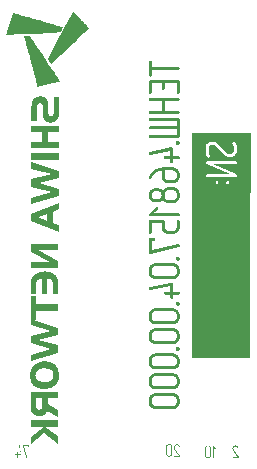
<source format=gbo>
G04*
G04 #@! TF.GenerationSoftware,Altium Limited,Altium Designer,24.4.1 (13)*
G04*
G04 Layer_Color=16776960*
%FSLAX44Y44*%
%MOMM*%
G71*
G04*
G04 #@! TF.SameCoordinates,C8474688-DC68-4453-AAE3-8A1A1A28CCFE*
G04*
G04*
G04 #@! TF.FilePolarity,Positive*
G04*
G01*
G75*
%ADD63R,5.0000X14.1000*%
G36*
X17256Y404462D02*
X17777Y404332D01*
X21424Y403290D01*
X21945Y403160D01*
X26504Y401857D01*
X27025Y401727D01*
X30672Y400685D01*
X31193Y400555D01*
X34840Y399513D01*
X35361Y399382D01*
X39008Y398340D01*
X39529Y398210D01*
X43176Y397168D01*
X43698Y397038D01*
X46433Y396256D01*
X47019Y396061D01*
X47084Y395996D01*
X48061Y395800D01*
X48777Y395605D01*
X51513Y394823D01*
X52034Y394693D01*
X55681Y393651D01*
X56137Y393456D01*
X53988Y389223D01*
X53467Y389092D01*
X48452Y388897D01*
X29304Y387985D01*
X21229Y387594D01*
X18233Y387464D01*
X10027Y387073D01*
X7878Y387008D01*
X7812Y387204D01*
X8073Y387855D01*
X8268Y388571D01*
X8724Y390069D01*
X13283Y404658D01*
X13609Y405504D01*
X17256Y404462D01*
D02*
G37*
G36*
X66036Y405830D02*
X66166Y405569D01*
X67208Y404528D01*
X67339Y404267D01*
X68511Y403095D01*
X68641Y402834D01*
X69813Y401662D01*
X69944Y401401D01*
X71116Y400229D01*
X71246Y399969D01*
X72419Y398796D01*
X72549Y398536D01*
X73591Y397494D01*
X73721Y397233D01*
X74893Y396061D01*
X75024Y395800D01*
X76196Y394628D01*
X76326Y394368D01*
X77498Y393195D01*
X77759Y392674D01*
X76131Y391046D01*
X75870Y390916D01*
X73396Y388441D01*
X73135Y388311D01*
X70660Y385836D01*
X70400Y385706D01*
X67795Y383101D01*
X67534Y382970D01*
X65059Y380495D01*
X64799Y380365D01*
X62194Y377760D01*
X61933Y377630D01*
X59458Y375155D01*
X59198Y375025D01*
X56723Y372550D01*
X56462Y372420D01*
X53857Y369815D01*
X53597Y369684D01*
X51122Y367210D01*
X50862Y367079D01*
X48256Y364474D01*
X47996Y364344D01*
X46042Y362390D01*
X45781Y362520D01*
X45586Y362716D01*
X45456Y362976D01*
X44153Y364800D01*
X44023Y365060D01*
X43763Y365321D01*
X43632Y365581D01*
X43242Y366233D01*
X49494Y378086D01*
X57049Y392414D01*
X63301Y404267D01*
X63692Y404918D01*
Y405048D01*
X64473Y406481D01*
X64799Y407067D01*
X66036Y405830D01*
D02*
G37*
G36*
X28132Y386031D02*
X28262Y385771D01*
X28914Y384859D01*
X29044Y384599D01*
X29565Y383817D01*
X29695Y383557D01*
X30346Y382645D01*
X30477Y382384D01*
X31128Y381472D01*
X31258Y381212D01*
X31909Y380300D01*
X32040Y380040D01*
X32431Y379519D01*
Y379388D01*
X33082Y378477D01*
X33212Y378216D01*
X33863Y377304D01*
X33993Y377044D01*
X34645Y376132D01*
X34775Y375872D01*
X35296Y375090D01*
X35426Y374829D01*
X36078Y373918D01*
X36208Y373657D01*
X36859Y372745D01*
X36989Y372485D01*
X37641Y371573D01*
X37771Y371312D01*
X39529Y368642D01*
X40571Y367079D01*
X41483Y365647D01*
X43567Y362520D01*
X44219Y361478D01*
X45781Y359134D01*
X46693Y357701D01*
X48777Y354575D01*
X49429Y353533D01*
X51513Y350407D01*
X52425Y348974D01*
X52946Y348192D01*
X53271Y347606D01*
X52685Y347411D01*
X51838Y347215D01*
X50796Y346955D01*
X50145Y346825D01*
X49103Y346564D01*
X48452Y346434D01*
X46889Y346043D01*
X46237Y345913D01*
X44674Y345522D01*
X44023Y345392D01*
X42460Y345001D01*
X41809Y344871D01*
X40767Y344610D01*
X40115Y344480D01*
X38552Y344089D01*
X37901Y343959D01*
X36338Y343568D01*
X35687Y343438D01*
X34645Y343177D01*
X34449Y343112D01*
X34254Y343699D01*
X33993Y344610D01*
X33603Y346173D01*
X33342Y347085D01*
X32952Y348648D01*
X32691Y349560D01*
X32300Y351123D01*
X32040Y352035D01*
X31649Y353598D01*
X31388Y354510D01*
X30998Y356073D01*
X30737Y356985D01*
X30477Y358027D01*
X30216Y358938D01*
X29825Y360501D01*
X29565Y361413D01*
X29174Y362976D01*
X28914Y363888D01*
X28523Y365451D01*
X28262Y366363D01*
X27871Y367926D01*
X27611Y368838D01*
X27220Y370401D01*
X26960Y371312D01*
X26569Y372876D01*
X26309Y373787D01*
X25918Y375350D01*
X25657Y376262D01*
X25266Y377825D01*
X25006Y378737D01*
X24615Y380300D01*
X24355Y381212D01*
X23964Y382775D01*
X23703Y383687D01*
X23182Y385771D01*
X23703Y385901D01*
X25136Y386031D01*
X26439Y386162D01*
X27937Y386227D01*
X28132Y386031D01*
D02*
G37*
G36*
X215000Y253100D02*
X165000D01*
Y304100D01*
X215000D01*
Y253100D01*
D02*
G37*
G36*
X51982Y204451D02*
X34770Y204668D01*
X51982Y195387D01*
Y189322D01*
X28572D01*
Y194854D01*
X44951Y194637D01*
X28572Y203452D01*
Y210000D01*
X51982D01*
Y204451D01*
D02*
G37*
G36*
X41285Y186689D02*
X41852Y186656D01*
X42401Y186606D01*
X42935Y186539D01*
X43435Y186456D01*
X43918Y186356D01*
X44384Y186239D01*
X44834Y186123D01*
X45267Y185973D01*
X45684Y185840D01*
X46067Y185673D01*
X46434Y185506D01*
X46800Y185340D01*
X47133Y185173D01*
X47434Y185006D01*
X47733Y184823D01*
X48017Y184640D01*
X48267Y184473D01*
X48517Y184307D01*
X48733Y184123D01*
X48933Y183973D01*
X49116Y183807D01*
X49300Y183673D01*
X49433Y183524D01*
X49566Y183407D01*
X49683Y183290D01*
X49783Y183190D01*
X49866Y183107D01*
X49916Y183040D01*
X49966Y182990D01*
X49983Y182957D01*
X49999Y182940D01*
X50216Y182657D01*
X50433Y182374D01*
X50616Y182090D01*
X50783Y181807D01*
X51066Y181257D01*
X51182Y180991D01*
X51299Y180741D01*
X51382Y180508D01*
X51466Y180308D01*
X51532Y180108D01*
X51582Y179958D01*
X51616Y179824D01*
X51649Y179724D01*
X51666Y179658D01*
Y179641D01*
X51716Y179375D01*
X51766Y179075D01*
X51849Y178458D01*
X51899Y177808D01*
X51949Y177192D01*
Y176908D01*
X51966Y176658D01*
Y176409D01*
X51982Y176209D01*
Y167394D01*
X47383D01*
Y175592D01*
X47367Y176225D01*
X47333Y176525D01*
X47300Y176808D01*
X47267Y177058D01*
X47217Y177308D01*
X47167Y177525D01*
X47117Y177742D01*
X47084Y177925D01*
X47034Y178075D01*
X46984Y178208D01*
X46950Y178325D01*
X46917Y178425D01*
X46884Y178491D01*
X46867Y178525D01*
Y178541D01*
X46650Y178908D01*
X46400Y179241D01*
X46101Y179524D01*
X45767Y179774D01*
X45401Y179974D01*
X45034Y180158D01*
X44651Y180291D01*
X44284Y180408D01*
X43918Y180491D01*
X43584Y180558D01*
X43268Y180607D01*
X42985Y180641D01*
X42751Y180658D01*
X42585Y180674D01*
X42518D01*
X42468D01*
X42451D01*
X42435D01*
Y167394D01*
X37836D01*
Y180674D01*
X37486Y180658D01*
X37136Y180624D01*
X36820Y180558D01*
X36536Y180491D01*
X36303Y180441D01*
X36120Y180374D01*
X36053Y180358D01*
X35986Y180341D01*
X35970Y180324D01*
X35953D01*
X35470Y180091D01*
X35037Y179808D01*
X34670Y179491D01*
X34337Y179125D01*
X34070Y178758D01*
X33854Y178358D01*
X33670Y177958D01*
X33520Y177558D01*
X33404Y177175D01*
X33320Y176808D01*
X33254Y176492D01*
X33220Y176192D01*
X33187Y175959D01*
Y175859D01*
X33170Y175759D01*
Y167394D01*
X28572D01*
Y175676D01*
X28588Y176359D01*
X28622Y177008D01*
X28688Y177625D01*
X28772Y178208D01*
X28872Y178758D01*
X28988Y179275D01*
X29105Y179741D01*
X29221Y180158D01*
X29355Y180541D01*
X29471Y180891D01*
X29588Y181174D01*
X29688Y181407D01*
X29771Y181607D01*
X29838Y181741D01*
X29871Y181824D01*
X29888Y181857D01*
X30155Y182290D01*
X30438Y182707D01*
X30754Y183090D01*
X31104Y183457D01*
X31471Y183790D01*
X31854Y184107D01*
X32254Y184390D01*
X32671Y184657D01*
X33104Y184906D01*
X33554Y185123D01*
X34004Y185340D01*
X34453Y185523D01*
X34903Y185690D01*
X35370Y185840D01*
X36270Y186106D01*
X37136Y186306D01*
X37569Y186373D01*
X37969Y186456D01*
X38352Y186506D01*
X38719Y186556D01*
X39052Y186589D01*
X39369Y186623D01*
X39669Y186656D01*
X39919Y186673D01*
X40152Y186689D01*
X40335D01*
X40502Y186706D01*
X40602D01*
X40685D01*
X40702D01*
X41285Y186689D01*
D02*
G37*
G36*
X33204Y158880D02*
X51982D01*
Y153281D01*
X33204D01*
Y145900D01*
X31173D01*
X51982Y139101D01*
Y132770D01*
X34987Y128737D01*
X51982Y124172D01*
Y117807D01*
X28572Y110692D01*
Y116174D01*
X46101Y120856D01*
X28572Y125705D01*
Y131853D01*
X46101Y136069D01*
X28572Y141068D01*
Y146749D01*
X28605Y146739D01*
Y166228D01*
X33204D01*
Y158880D01*
D02*
G37*
G36*
X41185Y110526D02*
X41718Y110492D01*
X42235Y110442D01*
X42735Y110375D01*
X43201Y110309D01*
X43668Y110226D01*
X44101Y110142D01*
X44517Y110042D01*
X44934Y109942D01*
X45317Y109826D01*
X45684Y109709D01*
X46034Y109592D01*
X46367Y109459D01*
X46684Y109342D01*
X46967Y109209D01*
X47250Y109093D01*
X47500Y108959D01*
X47750Y108843D01*
X47967Y108726D01*
X48167Y108609D01*
X48367Y108493D01*
X48533Y108393D01*
X48683Y108293D01*
X48816Y108209D01*
X48933Y108126D01*
X49033Y108059D01*
X49100Y107993D01*
X49166Y107943D01*
X49216Y107909D01*
X49233Y107876D01*
X49250D01*
X49550Y107593D01*
X49816Y107310D01*
X50066Y106993D01*
X50316Y106677D01*
X50733Y105993D01*
X51116Y105277D01*
X51416Y104527D01*
X51682Y103777D01*
X51899Y103044D01*
X52066Y102311D01*
X52199Y101628D01*
X52299Y100978D01*
X52332Y100678D01*
X52365Y100411D01*
X52399Y100145D01*
X52415Y99895D01*
X52432Y99678D01*
X52449Y99478D01*
Y99312D01*
X52466Y99162D01*
Y98895D01*
X52449Y98362D01*
X52432Y97829D01*
X52382Y97329D01*
X52332Y96846D01*
X52166Y95913D01*
X51949Y95046D01*
X51666Y94230D01*
X51349Y93480D01*
X50966Y92780D01*
X50566Y92147D01*
X50116Y91547D01*
X49650Y91014D01*
X49133Y90514D01*
X48616Y90064D01*
X48067Y89664D01*
X47517Y89298D01*
X46950Y88964D01*
X46384Y88681D01*
X45817Y88414D01*
X45251Y88198D01*
X44701Y87998D01*
X44151Y87831D01*
X43618Y87681D01*
X43118Y87565D01*
X42651Y87481D01*
X42201Y87398D01*
X41785Y87331D01*
X41418Y87298D01*
X41102Y87265D01*
X40819Y87231D01*
X40602D01*
X40435Y87215D01*
X40385D01*
X40335D01*
X40302D01*
X39735D01*
X39202Y87248D01*
X38686Y87281D01*
X38169Y87331D01*
X37686Y87398D01*
X37219Y87465D01*
X36769Y87548D01*
X36336Y87648D01*
X35920Y87748D01*
X35520Y87865D01*
X35137Y87981D01*
X34787Y88098D01*
X34437Y88215D01*
X34104Y88348D01*
X33804Y88481D01*
X33504Y88598D01*
X33237Y88731D01*
X32987Y88864D01*
X32737Y88998D01*
X32521Y89114D01*
X32321Y89231D01*
X32137Y89348D01*
X31971Y89464D01*
X31821Y89564D01*
X31688Y89648D01*
X31571Y89747D01*
X31471Y89814D01*
X31388Y89881D01*
X31338Y89931D01*
X31288Y89964D01*
X31254Y89981D01*
Y89997D01*
X30971Y90281D01*
X30704Y90564D01*
X30454Y90880D01*
X30221Y91214D01*
X29805Y91880D01*
X29455Y92597D01*
X29155Y93330D01*
X28905Y94080D01*
X28688Y94813D01*
X28522Y95529D01*
X28405Y96213D01*
X28305Y96846D01*
X28272Y97129D01*
X28238Y97412D01*
X28205Y97679D01*
X28188Y97912D01*
X28172Y98129D01*
X28155Y98329D01*
Y98495D01*
X28138Y98629D01*
Y99428D01*
X28172Y99962D01*
X28272Y100945D01*
X28438Y101878D01*
X28655Y102744D01*
X28921Y103544D01*
X29238Y104310D01*
X29605Y104994D01*
X30005Y105643D01*
X30438Y106227D01*
X30904Y106776D01*
X31404Y107260D01*
X31921Y107710D01*
X32437Y108109D01*
X32987Y108476D01*
X33537Y108809D01*
X34104Y109093D01*
X34653Y109359D01*
X35220Y109576D01*
X35753Y109776D01*
X36286Y109942D01*
X36803Y110092D01*
X37303Y110209D01*
X37769Y110292D01*
X38203Y110375D01*
X38602Y110442D01*
X38969Y110476D01*
X39286Y110509D01*
X39552Y110542D01*
X39769D01*
X39935Y110559D01*
X40035D01*
X40052D01*
X40069D01*
X40635D01*
X41185Y110526D01*
D02*
G37*
G36*
X51982Y79150D02*
X43035D01*
Y74035D01*
X51982Y69019D01*
Y63121D01*
X42368Y68786D01*
X42268Y68370D01*
X42135Y67970D01*
X41985Y67603D01*
X41802Y67270D01*
X41602Y66937D01*
X41385Y66653D01*
X41168Y66370D01*
X40918Y66120D01*
X40669Y65887D01*
X40402Y65670D01*
X40119Y65470D01*
X39835Y65304D01*
X39552Y65137D01*
X39269Y64987D01*
X38686Y64754D01*
X38119Y64554D01*
X37586Y64421D01*
X37086Y64304D01*
X36853Y64271D01*
X36653Y64237D01*
X36453Y64221D01*
X36286Y64204D01*
X36120Y64187D01*
X36003D01*
X35886Y64171D01*
X35820D01*
X35770D01*
X35753D01*
X35303Y64187D01*
X34853Y64237D01*
X34437Y64304D01*
X34037Y64387D01*
X33670Y64487D01*
X33320Y64604D01*
X33004Y64737D01*
X32704Y64854D01*
X32437Y64987D01*
X32204Y65120D01*
X32004Y65237D01*
X31837Y65337D01*
X31704Y65420D01*
X31604Y65487D01*
X31537Y65537D01*
X31521Y65554D01*
X31254Y65687D01*
X31004Y65854D01*
X30771Y66020D01*
X30554Y66220D01*
X30338Y66453D01*
X30155Y66687D01*
X29821Y67187D01*
X29521Y67736D01*
X29288Y68320D01*
X29088Y68920D01*
X28938Y69503D01*
X28822Y70086D01*
X28722Y70619D01*
X28655Y71136D01*
X28638Y71352D01*
X28622Y71569D01*
X28605Y71769D01*
X28588Y71935D01*
Y72102D01*
X28572Y72219D01*
Y84582D01*
X51982D01*
Y79150D01*
D02*
G37*
G36*
Y55356D02*
X40669D01*
X51982Y47175D01*
Y40560D01*
X40035Y49791D01*
X28572Y40643D01*
Y46859D01*
X39536Y55356D01*
X28572D01*
Y60788D01*
X51982D01*
Y55356D01*
D02*
G37*
G36*
X37276Y334967D02*
X37909Y334900D01*
X38492Y334800D01*
X39025Y334650D01*
X39509Y334500D01*
X39959Y334317D01*
X40359Y334117D01*
X40708Y333900D01*
X41008Y333700D01*
X41275Y333500D01*
X41508Y333317D01*
X41691Y333150D01*
X41825Y333017D01*
X41925Y332917D01*
X41991Y332834D01*
X42008Y332817D01*
X42258Y332451D01*
X42475Y332034D01*
X42674Y331584D01*
X42841Y331134D01*
X42975Y330668D01*
X43091Y330185D01*
X43191Y329718D01*
X43258Y329268D01*
X43324Y328835D01*
X43358Y328418D01*
X43391Y328068D01*
X43424Y327752D01*
Y327485D01*
X43441Y327369D01*
Y321187D01*
X43458Y320920D01*
X43474Y320670D01*
X43508Y320454D01*
X43541Y320237D01*
X43574Y320054D01*
X43624Y319887D01*
X43658Y319737D01*
X43691Y319621D01*
X43741Y319504D01*
X43774Y319404D01*
X43808Y319337D01*
X43841Y319271D01*
X43858Y319237D01*
X43874Y319204D01*
X43974Y319054D01*
X44091Y318937D01*
X44241Y318821D01*
X44374Y318738D01*
X44691Y318587D01*
X45007Y318487D01*
X45307Y318438D01*
X45441Y318404D01*
X45540D01*
X45640Y318388D01*
X45707D01*
X45757D01*
X45774D01*
X46024Y318404D01*
X46257Y318421D01*
X46457Y318471D01*
X46657Y318538D01*
X46824Y318604D01*
X46973Y318687D01*
X47107Y318787D01*
X47240Y318871D01*
X47423Y319054D01*
X47557Y319204D01*
X47607Y319271D01*
X47640Y319304D01*
X47657Y319337D01*
Y319354D01*
X47723Y319504D01*
X47773Y319671D01*
X47873Y320054D01*
X47940Y320454D01*
X47973Y320854D01*
X48007Y321220D01*
Y321370D01*
X48023Y321503D01*
Y334100D01*
X52705D01*
Y321020D01*
X52689Y320270D01*
X52622Y319554D01*
X52522Y318904D01*
X52405Y318288D01*
X52239Y317704D01*
X52039Y317171D01*
X51822Y316671D01*
X51589Y316221D01*
X51322Y315805D01*
X51039Y315422D01*
X50756Y315072D01*
X50439Y314755D01*
X50123Y314455D01*
X49789Y314205D01*
X49473Y313972D01*
X49123Y313755D01*
X48790Y313572D01*
X48456Y313422D01*
X48140Y313272D01*
X47823Y313156D01*
X47507Y313056D01*
X47207Y312972D01*
X46940Y312906D01*
X46673Y312856D01*
X46440Y312806D01*
X46224Y312772D01*
X46024Y312756D01*
X45857Y312739D01*
X45740Y312722D01*
X45640D01*
X45574D01*
X45557D01*
X45124Y312739D01*
X44707Y312756D01*
X44307Y312789D01*
X43941Y312856D01*
X43591Y312906D01*
X43274Y312972D01*
X42975Y313056D01*
X42708Y313122D01*
X42475Y313206D01*
X42258Y313272D01*
X42075Y313356D01*
X41925Y313405D01*
X41808Y313456D01*
X41725Y313505D01*
X41675Y313522D01*
X41658Y313539D01*
X41392Y313689D01*
X41158Y313855D01*
X40925Y314055D01*
X40725Y314255D01*
X40342Y314722D01*
X40009Y315238D01*
X39742Y315772D01*
X39509Y316338D01*
X39309Y316921D01*
X39159Y317488D01*
X39042Y318038D01*
X38959Y318571D01*
X38892Y319054D01*
X38876Y319271D01*
X38859Y319471D01*
X38842Y319654D01*
X38826Y319820D01*
Y319970D01*
X38809Y320087D01*
Y326669D01*
X38792Y327135D01*
X38709Y327552D01*
X38609Y327918D01*
X38476Y328218D01*
X38309Y328485D01*
X38126Y328702D01*
X37926Y328868D01*
X37726Y329018D01*
X37526Y329118D01*
X37343Y329201D01*
X37159Y329268D01*
X36993Y329301D01*
X36859Y329335D01*
X36759Y329351D01*
X36676D01*
X36659D01*
X36409Y329335D01*
X36193Y329318D01*
X35976Y329268D01*
X35776Y329201D01*
X35410Y329035D01*
X35110Y328835D01*
X34843Y328568D01*
X34627Y328285D01*
X34460Y327985D01*
X34310Y327668D01*
X34193Y327369D01*
X34110Y327069D01*
X34060Y326785D01*
X34010Y326519D01*
X33993Y326319D01*
X33977Y326152D01*
Y313839D01*
X29295D01*
Y326702D01*
X29311Y327452D01*
X29328Y327802D01*
X29361Y328135D01*
X29395Y328468D01*
X29428Y328768D01*
X29478Y329052D01*
X29511Y329301D01*
X29545Y329535D01*
X29595Y329735D01*
X29628Y329918D01*
X29661Y330068D01*
X29694Y330185D01*
X29711Y330285D01*
X29728Y330335D01*
Y330351D01*
X29861Y330768D01*
X30011Y331168D01*
X30178Y331534D01*
X30378Y331884D01*
X30594Y332201D01*
X30811Y332501D01*
X31061Y332784D01*
X31327Y333034D01*
X31594Y333267D01*
X31861Y333484D01*
X32144Y333684D01*
X32444Y333867D01*
X32744Y334034D01*
X33027Y334167D01*
X33627Y334417D01*
X34193Y334617D01*
X34743Y334750D01*
X35243Y334850D01*
X35476Y334900D01*
X35693Y334933D01*
X35893Y334950D01*
X36060Y334967D01*
X36226Y334983D01*
X36343D01*
X36460Y335000D01*
X36526D01*
X36576D01*
X36593D01*
X37276Y334967D01*
D02*
G37*
G36*
X52705Y304358D02*
X43191D01*
Y296227D01*
X52705D01*
Y290778D01*
X29295D01*
Y296227D01*
X38526D01*
Y304358D01*
X29295D01*
Y309790D01*
X52705D01*
Y304358D01*
D02*
G37*
G36*
Y281031D02*
X29295D01*
Y286679D01*
X52705D01*
Y281031D01*
D02*
G37*
G36*
Y271833D02*
Y265501D01*
X35710Y261469D01*
X52705Y256903D01*
Y250538D01*
X29295Y243423D01*
Y248905D01*
X46824Y253587D01*
X29295Y258436D01*
Y264585D01*
X46824Y268800D01*
X29295Y273799D01*
Y279481D01*
X52705Y271833D01*
D02*
G37*
G36*
Y239324D02*
X47290Y237292D01*
Y227844D01*
X52705Y225761D01*
Y219879D01*
X29295Y229710D01*
Y235192D01*
X52705Y244940D01*
Y239324D01*
D02*
G37*
G36*
X129950Y365240D02*
X130134Y365206D01*
X130300Y365156D01*
X130434Y365090D01*
X130550Y365023D01*
X130633Y364973D01*
X130700Y364940D01*
X130717Y364923D01*
X130834Y364773D01*
X130917Y364623D01*
X130983Y364456D01*
X131017Y364306D01*
X131050Y364173D01*
X131067Y364073D01*
Y359774D01*
X153494D01*
X153728Y359758D01*
X153944Y359708D01*
X154111Y359624D01*
X154261Y359541D01*
X154377Y359474D01*
X154461Y359391D01*
X154511Y359341D01*
X154527Y359324D01*
X154611Y359124D01*
X154677Y358941D01*
X154711Y358791D01*
X154744Y358675D01*
X154761Y358591D01*
X154777Y358525D01*
Y358475D01*
X154761Y358275D01*
X154727Y358108D01*
X154677Y357941D01*
X154611Y357808D01*
X154544Y357691D01*
X154494Y357608D01*
X154461Y357558D01*
X154444Y357542D01*
X154294Y357425D01*
X154144Y357325D01*
X153994Y357258D01*
X153844Y357225D01*
X153694Y357192D01*
X153594Y357175D01*
X153528D01*
X153494D01*
X131067D01*
Y352976D01*
X131050Y352759D01*
X131000Y352560D01*
X130934Y352410D01*
X130850Y352276D01*
X130784Y352160D01*
X130717Y352093D01*
X130667Y352043D01*
X130650Y352026D01*
X130500Y351910D01*
X130334Y351826D01*
X130184Y351760D01*
X130050Y351726D01*
X129934Y351693D01*
X129850Y351676D01*
X129784D01*
X129767D01*
X129600Y351693D01*
X129434Y351743D01*
X129284Y351810D01*
X129151Y351876D01*
X129051Y351960D01*
X128967Y352026D01*
X128917Y352076D01*
X128901Y352093D01*
X128767Y352243D01*
X128667Y352393D01*
X128584Y352543D01*
X128534Y352676D01*
X128501Y352809D01*
X128484Y352893D01*
Y363973D01*
X128501Y364207D01*
X128567Y364407D01*
X128634Y364573D01*
X128734Y364706D01*
X128817Y364823D01*
X128901Y364890D01*
X128967Y364940D01*
X128984Y364956D01*
X129151Y365056D01*
X129317Y365123D01*
X129451Y365190D01*
X129551Y365223D01*
X129650Y365240D01*
X129717Y365256D01*
X129750D01*
X129767D01*
X129950Y365240D01*
D02*
G37*
G36*
X153728Y348444D02*
X153911Y348411D01*
X154094Y348344D01*
X154228Y348261D01*
X154361Y348161D01*
X154461Y348061D01*
X154544Y347944D01*
X154611Y347811D01*
X154711Y347577D01*
X154761Y347378D01*
Y347294D01*
X154777Y347228D01*
Y338046D01*
X154761Y337830D01*
X154711Y337630D01*
X154644Y337480D01*
X154561Y337347D01*
X154494Y337230D01*
X154427Y337163D01*
X154377Y337113D01*
X154361Y337097D01*
X154211Y336980D01*
X154044Y336897D01*
X153894Y336830D01*
X153761Y336797D01*
X153644Y336763D01*
X153561Y336747D01*
X153494D01*
X153478D01*
X153311Y336763D01*
X153144Y336814D01*
X152994Y336880D01*
X152861Y336947D01*
X152761Y337030D01*
X152678Y337097D01*
X152628Y337147D01*
X152611Y337163D01*
X152478Y337313D01*
X152378Y337463D01*
X152295Y337613D01*
X152245Y337747D01*
X152211Y337880D01*
X152195Y337963D01*
Y345861D01*
X142031D01*
Y341696D01*
X142014Y341479D01*
X141964Y341279D01*
X141897Y341129D01*
X141814Y340996D01*
X141747Y340879D01*
X141681Y340812D01*
X141631Y340762D01*
X141614Y340746D01*
X141464Y340629D01*
X141298Y340546D01*
X141147Y340479D01*
X141014Y340446D01*
X140898Y340413D01*
X140814Y340396D01*
X140748D01*
X140731D01*
X140564Y340413D01*
X140398Y340463D01*
X140248Y340529D01*
X140114Y340596D01*
X140014Y340679D01*
X139931Y340746D01*
X139881Y340796D01*
X139865Y340812D01*
X139731Y340962D01*
X139631Y341112D01*
X139548Y341262D01*
X139498Y341396D01*
X139465Y341529D01*
X139448Y341612D01*
Y345861D01*
X131067D01*
Y338046D01*
X131050Y337830D01*
X131000Y337630D01*
X130934Y337480D01*
X130850Y337347D01*
X130784Y337230D01*
X130717Y337163D01*
X130667Y337113D01*
X130650Y337097D01*
X130500Y336980D01*
X130334Y336897D01*
X130184Y336830D01*
X130050Y336797D01*
X129934Y336763D01*
X129850Y336747D01*
X129784D01*
X129767D01*
X129600Y336763D01*
X129434Y336814D01*
X129284Y336880D01*
X129151Y336947D01*
X129051Y337030D01*
X128967Y337097D01*
X128917Y337147D01*
X128901Y337163D01*
X128767Y337313D01*
X128667Y337463D01*
X128584Y337613D01*
X128534Y337747D01*
X128501Y337880D01*
X128484Y337963D01*
Y347178D01*
X128501Y347411D01*
X128534Y347594D01*
X128601Y347777D01*
X128684Y347911D01*
X128784Y348044D01*
X128884Y348144D01*
X129001Y348227D01*
X129117Y348294D01*
X129367Y348394D01*
X129567Y348444D01*
X129650D01*
X129717Y348461D01*
X129750D01*
X129767D01*
X153494D01*
X153728Y348444D01*
D02*
G37*
G36*
Y333548D02*
X153944Y333498D01*
X154111Y333414D01*
X154261Y333331D01*
X154377Y333264D01*
X154461Y333181D01*
X154511Y333131D01*
X154527Y333115D01*
X154611Y332915D01*
X154677Y332731D01*
X154711Y332581D01*
X154744Y332465D01*
X154761Y332381D01*
X154777Y332315D01*
Y332265D01*
X154761Y332065D01*
X154727Y331898D01*
X154677Y331731D01*
X154611Y331598D01*
X154544Y331482D01*
X154494Y331398D01*
X154461Y331348D01*
X154444Y331332D01*
X154294Y331215D01*
X154144Y331115D01*
X153994Y331048D01*
X153844Y331015D01*
X153694Y330982D01*
X153594Y330965D01*
X153528D01*
X153494D01*
X142031D01*
Y322601D01*
X153494D01*
X153728Y322584D01*
X153944Y322534D01*
X154111Y322450D01*
X154261Y322367D01*
X154377Y322301D01*
X154461Y322217D01*
X154511Y322167D01*
X154527Y322151D01*
X154611Y321951D01*
X154677Y321767D01*
X154711Y321617D01*
X154744Y321501D01*
X154761Y321418D01*
X154777Y321351D01*
Y321301D01*
X154761Y321101D01*
X154727Y320934D01*
X154677Y320768D01*
X154611Y320634D01*
X154544Y320518D01*
X154494Y320434D01*
X154461Y320384D01*
X154444Y320368D01*
X154294Y320251D01*
X154144Y320151D01*
X153994Y320084D01*
X153844Y320051D01*
X153694Y320018D01*
X153594Y320001D01*
X153528D01*
X153494D01*
X129767D01*
X129551Y320018D01*
X129367Y320068D01*
X129201Y320135D01*
X129067Y320218D01*
X128967Y320301D01*
X128901Y320368D01*
X128851Y320418D01*
X128834Y320434D01*
X128717Y320584D01*
X128634Y320751D01*
X128567Y320884D01*
X128534Y321018D01*
X128501Y321134D01*
X128484Y321217D01*
Y321301D01*
X128501Y321501D01*
X128551Y321684D01*
X128617Y321834D01*
X128701Y321967D01*
X128784Y322084D01*
X128851Y322167D01*
X128901Y322217D01*
X128917Y322234D01*
X129084Y322351D01*
X129234Y322450D01*
X129384Y322517D01*
X129501Y322551D01*
X129617Y322584D01*
X129700Y322601D01*
X129750D01*
X129767D01*
X139448D01*
Y330965D01*
X129767D01*
X129551Y330982D01*
X129367Y331032D01*
X129201Y331098D01*
X129067Y331182D01*
X128967Y331265D01*
X128901Y331332D01*
X128851Y331382D01*
X128834Y331398D01*
X128717Y331548D01*
X128634Y331715D01*
X128567Y331848D01*
X128534Y331981D01*
X128501Y332098D01*
X128484Y332181D01*
Y332265D01*
X128501Y332465D01*
X128551Y332648D01*
X128617Y332798D01*
X128701Y332931D01*
X128784Y333048D01*
X128851Y333131D01*
X128901Y333181D01*
X128917Y333198D01*
X129084Y333314D01*
X129234Y333414D01*
X129384Y333481D01*
X129501Y333514D01*
X129617Y333548D01*
X129700Y333564D01*
X129750D01*
X129767D01*
X153494D01*
X153728Y333548D01*
D02*
G37*
G36*
Y316769D02*
X153911Y316735D01*
X154094Y316669D01*
X154228Y316585D01*
X154361Y316485D01*
X154461Y316385D01*
X154544Y316269D01*
X154611Y316136D01*
X154711Y315902D01*
X154761Y315702D01*
Y315619D01*
X154777Y315552D01*
Y300889D01*
X154761Y300656D01*
X154727Y300456D01*
X154661Y300289D01*
X154577Y300140D01*
X154477Y300006D01*
X154377Y299906D01*
X154261Y299823D01*
X154128Y299756D01*
X153894Y299656D01*
X153694Y299606D01*
X153611Y299590D01*
X153544D01*
X153511D01*
X153494D01*
X129767D01*
X129551Y299606D01*
X129367Y299656D01*
X129201Y299723D01*
X129067Y299806D01*
X128967Y299890D01*
X128901Y299956D01*
X128851Y300006D01*
X128834Y300023D01*
X128717Y300173D01*
X128634Y300340D01*
X128567Y300473D01*
X128534Y300606D01*
X128501Y300723D01*
X128484Y300806D01*
Y300889D01*
X128501Y301089D01*
X128551Y301273D01*
X128617Y301423D01*
X128701Y301556D01*
X128784Y301672D01*
X128851Y301756D01*
X128901Y301806D01*
X128917Y301822D01*
X129084Y301939D01*
X129234Y302039D01*
X129384Y302106D01*
X129501Y302139D01*
X129617Y302172D01*
X129700Y302189D01*
X129750D01*
X129767D01*
X152195D01*
Y306905D01*
X129767D01*
X129551Y306921D01*
X129367Y306971D01*
X129201Y307038D01*
X129067Y307121D01*
X128967Y307204D01*
X128901Y307271D01*
X128851Y307321D01*
X128834Y307338D01*
X128717Y307488D01*
X128634Y307654D01*
X128567Y307788D01*
X128534Y307921D01*
X128501Y308038D01*
X128484Y308121D01*
Y308204D01*
X128501Y308404D01*
X128551Y308587D01*
X128617Y308737D01*
X128701Y308871D01*
X128784Y308987D01*
X128851Y309071D01*
X128901Y309121D01*
X128917Y309137D01*
X129084Y309254D01*
X129234Y309354D01*
X129384Y309421D01*
X129501Y309454D01*
X129617Y309487D01*
X129700Y309504D01*
X129750D01*
X129767D01*
X152195D01*
Y314186D01*
X129767D01*
X129551Y314203D01*
X129367Y314253D01*
X129201Y314319D01*
X129067Y314403D01*
X128967Y314486D01*
X128901Y314553D01*
X128851Y314603D01*
X128834Y314619D01*
X128717Y314769D01*
X128634Y314936D01*
X128567Y315069D01*
X128534Y315202D01*
X128501Y315319D01*
X128484Y315402D01*
Y315486D01*
X128501Y315686D01*
X128551Y315869D01*
X128617Y316019D01*
X128701Y316152D01*
X128784Y316269D01*
X128851Y316352D01*
X128901Y316402D01*
X128917Y316419D01*
X129084Y316535D01*
X129234Y316635D01*
X129384Y316702D01*
X129501Y316735D01*
X129617Y316769D01*
X129700Y316785D01*
X129750D01*
X129767D01*
X153494D01*
X153728Y316769D01*
D02*
G37*
G36*
X153278Y297190D02*
X153528Y297124D01*
X153744Y297057D01*
X153928Y296957D01*
X154094Y296874D01*
X154211Y296790D01*
X154277Y296740D01*
X154311Y296724D01*
X154461Y296541D01*
X154577Y296324D01*
X154661Y296124D01*
X154711Y295907D01*
X154744Y295741D01*
X154777Y295591D01*
Y295457D01*
X154761Y295158D01*
X154694Y294891D01*
X154611Y294674D01*
X154494Y294491D01*
X154394Y294341D01*
X154311Y294241D01*
X154244Y294174D01*
X154228Y294158D01*
X154011Y294008D01*
X153794Y293891D01*
X153594Y293808D01*
X153411Y293741D01*
X153261Y293708D01*
X153128Y293691D01*
X153061D01*
X153028D01*
X152795Y293708D01*
X152578Y293775D01*
X152378Y293858D01*
X152195Y293958D01*
X152045Y294074D01*
X151945Y294158D01*
X151861Y294224D01*
X151845Y294241D01*
X151662Y294458D01*
X151528Y294658D01*
X151428Y294874D01*
X151362Y295058D01*
X151328Y295224D01*
X151295Y295341D01*
Y295457D01*
X151328Y295774D01*
X151395Y296041D01*
X151511Y296257D01*
X151628Y296441D01*
X151745Y296590D01*
X151861Y296691D01*
X151928Y296757D01*
X151961Y296774D01*
X152195Y296924D01*
X152395Y297024D01*
X152578Y297107D01*
X152745Y297157D01*
X152861Y297190D01*
X152944Y297207D01*
X153011D01*
X153028D01*
X153278Y297190D01*
D02*
G37*
G36*
X148212Y291625D02*
X148396Y291592D01*
X148562Y291525D01*
X148696Y291458D01*
X148796Y291392D01*
X148879Y291325D01*
X148929Y291292D01*
X148946Y291275D01*
X149062Y291125D01*
X149145Y290975D01*
X149212Y290825D01*
X149245Y290675D01*
X149279Y290542D01*
X149295Y290442D01*
Y284344D01*
X153494D01*
X153728Y284327D01*
X153944Y284277D01*
X154111Y284194D01*
X154261Y284110D01*
X154377Y284044D01*
X154461Y283960D01*
X154511Y283910D01*
X154527Y283894D01*
X154611Y283694D01*
X154677Y283510D01*
X154711Y283361D01*
X154744Y283244D01*
X154761Y283161D01*
X154777Y283094D01*
Y283044D01*
X154761Y282844D01*
X154727Y282677D01*
X154677Y282511D01*
X154611Y282377D01*
X154544Y282261D01*
X154494Y282178D01*
X154461Y282127D01*
X154444Y282111D01*
X154294Y281994D01*
X154144Y281894D01*
X153994Y281828D01*
X153844Y281794D01*
X153694Y281761D01*
X153594Y281744D01*
X153528D01*
X153494D01*
X149295D01*
Y279378D01*
X149279Y279162D01*
X149229Y278962D01*
X149162Y278812D01*
X149079Y278678D01*
X149012Y278562D01*
X148946Y278495D01*
X148896Y278445D01*
X148879Y278428D01*
X148729Y278312D01*
X148562Y278228D01*
X148412Y278162D01*
X148279Y278129D01*
X148162Y278095D01*
X148079Y278079D01*
X148012D01*
X147996D01*
X147829Y278095D01*
X147662Y278145D01*
X147513Y278212D01*
X147379Y278279D01*
X147279Y278362D01*
X147196Y278428D01*
X147146Y278479D01*
X147129Y278495D01*
X146996Y278645D01*
X146896Y278795D01*
X146813Y278945D01*
X146763Y279078D01*
X146729Y279212D01*
X146713Y279295D01*
Y281744D01*
X142497D01*
X142281Y281761D01*
X142097Y281811D01*
X141931Y281878D01*
X141797Y281961D01*
X141697Y282044D01*
X141631Y282111D01*
X141581Y282161D01*
X141564Y282178D01*
X141447Y282327D01*
X141364Y282494D01*
X141298Y282627D01*
X141264Y282761D01*
X141231Y282877D01*
X141214Y282961D01*
Y283044D01*
X141231Y283244D01*
X141281Y283427D01*
X141348Y283577D01*
X141431Y283710D01*
X141514Y283827D01*
X141581Y283910D01*
X141631Y283960D01*
X141647Y283977D01*
X141814Y284094D01*
X141964Y284194D01*
X142114Y284260D01*
X142231Y284294D01*
X142347Y284327D01*
X142430Y284344D01*
X142480D01*
X142497D01*
X146713D01*
Y288843D01*
X130017Y285427D01*
X129717Y285393D01*
X129534Y285410D01*
X129351Y285460D01*
X129201Y285527D01*
X129067Y285593D01*
X128967Y285677D01*
X128901Y285743D01*
X128851Y285793D01*
X128834Y285810D01*
X128717Y285960D01*
X128634Y286126D01*
X128567Y286293D01*
X128534Y286426D01*
X128501Y286560D01*
X128484Y286660D01*
Y286760D01*
X128717Y287476D01*
X128834Y287610D01*
X128984Y287726D01*
X129117Y287809D01*
X129267Y287876D01*
X129384Y287926D01*
X129484Y287959D01*
X129551Y287976D01*
X129584D01*
X147779Y291625D01*
X148012Y291642D01*
X148212Y291625D01*
D02*
G37*
G36*
X149379Y274829D02*
X149812Y274763D01*
X150229Y274679D01*
X150612Y274563D01*
X150995Y274429D01*
X151328Y274279D01*
X151645Y274113D01*
X151928Y273946D01*
X152195Y273780D01*
X152428Y273613D01*
X152628Y273463D01*
X152795Y273330D01*
X152928Y273213D01*
X153011Y273130D01*
X153078Y273063D01*
X153095Y273046D01*
X153394Y272697D01*
X153644Y272363D01*
X153878Y271997D01*
X154061Y271647D01*
X154228Y271314D01*
X154361Y270980D01*
X154477Y270647D01*
X154561Y270347D01*
X154644Y270064D01*
X154694Y269797D01*
X154727Y269581D01*
X154744Y269381D01*
X154761Y269214D01*
X154777Y269097D01*
Y267165D01*
X154761Y266715D01*
X154711Y266282D01*
X154627Y265882D01*
X154511Y265482D01*
X154377Y265132D01*
X154244Y264782D01*
X154078Y264465D01*
X153928Y264182D01*
X153761Y263916D01*
X153611Y263682D01*
X153478Y263482D01*
X153344Y263316D01*
X153228Y263182D01*
X153144Y263099D01*
X153095Y263032D01*
X153078Y263016D01*
X152745Y262716D01*
X152411Y262449D01*
X152061Y262216D01*
X151712Y262016D01*
X151362Y261849D01*
X151012Y261716D01*
X150678Y261600D01*
X150362Y261516D01*
X150062Y261450D01*
X149795Y261383D01*
X149545Y261350D01*
X149345Y261333D01*
X149162Y261316D01*
X149029Y261299D01*
X148962D01*
X148929D01*
X145280D01*
X144830Y261316D01*
X144397Y261366D01*
X143980Y261450D01*
X143597Y261566D01*
X143230Y261699D01*
X142897Y261849D01*
X142580Y261999D01*
X142281Y262149D01*
X142031Y262316D01*
X141797Y262466D01*
X141597Y262616D01*
X141431Y262749D01*
X141298Y262849D01*
X141214Y262949D01*
X141147Y262999D01*
X141131Y263016D01*
X140831Y263349D01*
X140564Y263682D01*
X140348Y264032D01*
X140148Y264382D01*
X139981Y264732D01*
X139848Y265082D01*
X139731Y265415D01*
X139648Y265732D01*
X139581Y266032D01*
X139515Y266315D01*
X139481Y266565D01*
X139465Y266765D01*
X139448Y266948D01*
X139431Y267065D01*
Y272247D01*
X139131Y272230D01*
X138798Y272180D01*
X138448Y272097D01*
X138132Y272013D01*
X137832Y271930D01*
X137698Y271880D01*
X137598Y271847D01*
X137499Y271830D01*
X137432Y271797D01*
X137399Y271780D01*
X137382D01*
X136899Y271597D01*
X136465Y271397D01*
X136066Y271214D01*
X135716Y271047D01*
X135566Y270964D01*
X135432Y270897D01*
X135332Y270830D01*
X135232Y270780D01*
X135149Y270747D01*
X135099Y270714D01*
X135066Y270681D01*
X135049D01*
X134749Y270480D01*
X134483Y270281D01*
X134216Y270081D01*
X133983Y269897D01*
X133766Y269714D01*
X133549Y269531D01*
X133366Y269364D01*
X133200Y269198D01*
X133050Y269048D01*
X132916Y268914D01*
X132800Y268798D01*
X132716Y268698D01*
X132650Y268614D01*
X132583Y268548D01*
X132566Y268514D01*
X132550Y268498D01*
X132383Y268281D01*
X132217Y268064D01*
X132066Y267864D01*
X131917Y267648D01*
X131817Y267481D01*
X131717Y267331D01*
X131667Y267248D01*
X131650Y267215D01*
X131317Y266565D01*
X131133Y266165D01*
X131000Y265798D01*
X130900Y265632D01*
X130784Y265499D01*
X130700Y265382D01*
X130617Y265299D01*
X130534Y265232D01*
X130484Y265182D01*
X130450Y265149D01*
X130434D01*
X130317Y265082D01*
X130217Y265049D01*
X130000Y264982D01*
X129917D01*
X129850Y264965D01*
X129800D01*
X129784D01*
X129600Y264982D01*
X129434Y265015D01*
X129284Y265082D01*
X129151Y265132D01*
X129034Y265198D01*
X128951Y265265D01*
X128901Y265299D01*
X128884Y265315D01*
X128751Y265448D01*
X128651Y265598D01*
X128567Y265748D01*
X128517Y265898D01*
X128484Y266015D01*
X128467Y266115D01*
Y266215D01*
X128567Y266715D01*
X128884Y267431D01*
X129234Y268114D01*
X129617Y268748D01*
X130017Y269331D01*
X130434Y269881D01*
X130850Y270380D01*
X131283Y270847D01*
X131683Y271247D01*
X132083Y271630D01*
X132450Y271947D01*
X132783Y272213D01*
X133066Y272447D01*
X133316Y272613D01*
X133416Y272680D01*
X133499Y272747D01*
X133566Y272797D01*
X133616Y272813D01*
X133633Y272847D01*
X133649D01*
X134266Y273197D01*
X134899Y273513D01*
X135516Y273780D01*
X136149Y273996D01*
X136765Y274196D01*
X137348Y274363D01*
X137915Y274496D01*
X138448Y274596D01*
X138948Y274679D01*
X139415Y274746D01*
X139815Y274779D01*
X140148Y274813D01*
X140298Y274829D01*
X140431D01*
X140548Y274846D01*
X140648D01*
X140714D01*
X140764D01*
X140798D01*
X140814D01*
X148929D01*
X149379Y274829D01*
D02*
G37*
G36*
Y258050D02*
X149812Y257984D01*
X150229Y257900D01*
X150612Y257784D01*
X150995Y257651D01*
X151328Y257500D01*
X151645Y257334D01*
X151928Y257167D01*
X152195Y257001D01*
X152428Y256834D01*
X152628Y256684D01*
X152795Y256551D01*
X152928Y256434D01*
X153011Y256351D01*
X153078Y256284D01*
X153095Y256268D01*
X153394Y255918D01*
X153644Y255584D01*
X153878Y255218D01*
X154061Y254868D01*
X154228Y254535D01*
X154361Y254201D01*
X154477Y253868D01*
X154561Y253568D01*
X154644Y253285D01*
X154694Y253018D01*
X154727Y252802D01*
X154744Y252602D01*
X154761Y252435D01*
X154777Y252318D01*
Y250386D01*
X154761Y249936D01*
X154711Y249503D01*
X154627Y249103D01*
X154511Y248703D01*
X154377Y248353D01*
X154244Y248003D01*
X154078Y247686D01*
X153928Y247403D01*
X153761Y247136D01*
X153611Y246903D01*
X153478Y246703D01*
X153344Y246537D01*
X153228Y246403D01*
X153144Y246320D01*
X153095Y246253D01*
X153078Y246237D01*
X152745Y245937D01*
X152411Y245670D01*
X152061Y245437D01*
X151712Y245237D01*
X151362Y245070D01*
X151012Y244937D01*
X150678Y244820D01*
X150362Y244737D01*
X150062Y244671D01*
X149795Y244604D01*
X149545Y244571D01*
X149345Y244554D01*
X149162Y244537D01*
X149029Y244520D01*
X148962D01*
X148929D01*
X145280D01*
X144980Y244537D01*
X144680Y244554D01*
X144113Y244671D01*
X143580Y244804D01*
X143347Y244887D01*
X143130Y244970D01*
X142930Y245070D01*
X142747Y245154D01*
X142580Y245220D01*
X142447Y245287D01*
X142347Y245354D01*
X142264Y245404D01*
X142214Y245420D01*
X142197Y245437D01*
X141931Y245604D01*
X141697Y245787D01*
X141481Y245970D01*
X141298Y246137D01*
X141131Y246320D01*
X140981Y246487D01*
X140848Y246637D01*
X140731Y246803D01*
X140631Y246936D01*
X140548Y247070D01*
X140481Y247187D01*
X140431Y247286D01*
X140398Y247353D01*
X140364Y247420D01*
X140348Y247453D01*
Y247470D01*
X140131Y247136D01*
X139865Y246837D01*
X139598Y246587D01*
X139331Y246370D01*
X139098Y246203D01*
X138898Y246087D01*
X138815Y246037D01*
X138765Y246003D01*
X138731Y245987D01*
X138715D01*
X138282Y245804D01*
X137848Y245670D01*
X137415Y245570D01*
X137032Y245504D01*
X136849Y245487D01*
X136682Y245470D01*
X136549Y245454D01*
X136415Y245437D01*
X136315D01*
X136249D01*
X136199D01*
X136182D01*
X134316D01*
X133733D01*
X133100Y245537D01*
X132066Y245837D01*
X131683Y246020D01*
X131317Y246220D01*
X131000Y246437D01*
X130717Y246653D01*
X130500Y246853D01*
X130334Y247003D01*
X130267Y247070D01*
X130217Y247120D01*
X130200Y247136D01*
X130184Y247153D01*
X129884Y247486D01*
X129617Y247836D01*
X129401Y248186D01*
X129201Y248536D01*
X129034Y248903D01*
X128901Y249253D01*
X128784Y249586D01*
X128701Y249902D01*
X128634Y250202D01*
X128567Y250469D01*
X128534Y250719D01*
X128517Y250935D01*
X128501Y251102D01*
X128484Y251219D01*
Y251919D01*
X128584Y252552D01*
X128884Y253568D01*
X129067Y253951D01*
X129267Y254301D01*
X129484Y254618D01*
X129684Y254901D01*
X129850Y255118D01*
X130000Y255284D01*
X130050Y255351D01*
X130100Y255401D01*
X130117Y255418D01*
X130134Y255434D01*
X130500Y255734D01*
X130867Y256001D01*
X131233Y256234D01*
X131600Y256434D01*
X131950Y256584D01*
X132300Y256734D01*
X132616Y256851D01*
X132933Y256934D01*
X133216Y257001D01*
X133483Y257067D01*
X133716Y257101D01*
X133916Y257117D01*
X134083Y257134D01*
X134199Y257151D01*
X134266D01*
X134299D01*
X136166D01*
X136682Y257134D01*
X137149Y257067D01*
X137598Y256967D01*
X137965Y256867D01*
X138132Y256817D01*
X138282Y256767D01*
X138415Y256717D01*
X138532Y256667D01*
X138615Y256634D01*
X138681Y256601D01*
X138715Y256584D01*
X138731D01*
X139131Y256351D01*
X139481Y256117D01*
X139764Y255868D01*
X139998Y255634D01*
X140181Y255434D01*
X140298Y255284D01*
X140348Y255218D01*
X140381Y255168D01*
X140398Y255151D01*
Y255134D01*
X140681Y255601D01*
X140998Y256017D01*
X141331Y256384D01*
X141664Y256701D01*
X141964Y256934D01*
X142097Y257034D01*
X142214Y257117D01*
X142297Y257184D01*
X142364Y257234D01*
X142414Y257251D01*
X142430Y257267D01*
X142681Y257400D01*
X142947Y257534D01*
X143447Y257734D01*
X143930Y257867D01*
X144363Y257967D01*
X144563Y258000D01*
X144730Y258017D01*
X144897Y258050D01*
X145030D01*
X145130Y258067D01*
X145213D01*
X145263D01*
X145280D01*
X148929D01*
X149379Y258050D01*
D02*
G37*
G36*
X135416Y241255D02*
X135599Y241221D01*
X135749Y241155D01*
X135882Y241088D01*
X135999Y241021D01*
X136082Y240955D01*
X136132Y240921D01*
X136149Y240905D01*
X136282Y240755D01*
X136365Y240605D01*
X136432Y240438D01*
X136482Y240288D01*
X136515Y240172D01*
X136532Y240055D01*
Y239972D01*
X136515Y239788D01*
X136465Y239605D01*
X136415Y239455D01*
X136332Y239322D01*
X136265Y239222D01*
X136215Y239139D01*
X136166Y239088D01*
X136149Y239072D01*
X132333Y235823D01*
X153494D01*
X153728Y235806D01*
X153944Y235756D01*
X154111Y235673D01*
X154261Y235589D01*
X154377Y235523D01*
X154461Y235439D01*
X154511Y235389D01*
X154527Y235373D01*
X154611Y235173D01*
X154677Y234990D01*
X154711Y234840D01*
X154744Y234723D01*
X154761Y234640D01*
X154777Y234573D01*
Y234523D01*
X154761Y234323D01*
X154727Y234156D01*
X154677Y233990D01*
X154611Y233857D01*
X154544Y233740D01*
X154494Y233657D01*
X154461Y233607D01*
X154444Y233590D01*
X154294Y233473D01*
X154144Y233373D01*
X153994Y233307D01*
X153844Y233273D01*
X153694Y233240D01*
X153594Y233223D01*
X153528D01*
X153494D01*
X129750D01*
X129551Y233240D01*
X129367Y233290D01*
X129217Y233357D01*
X129084Y233423D01*
X128967Y233507D01*
X128901Y233573D01*
X128851Y233623D01*
X128834Y233640D01*
X128717Y233790D01*
X128634Y233957D01*
X128567Y234107D01*
X128534Y234240D01*
X128501Y234356D01*
X128484Y234456D01*
Y234540D01*
X128501Y234723D01*
X128534Y234906D01*
X128601Y235056D01*
X128667Y235189D01*
X128734Y235289D01*
X128801Y235373D01*
X128834Y235423D01*
X128851Y235439D01*
X134366Y240938D01*
X134583Y241055D01*
X134766Y241138D01*
X134899Y241188D01*
X135016Y241221D01*
X135116Y241255D01*
X135166Y241271D01*
X135199D01*
X135216D01*
X135416Y241255D01*
D02*
G37*
G36*
X153661Y230091D02*
X153844Y230058D01*
X154011Y230007D01*
X154144Y229941D01*
X154261Y229874D01*
X154344Y229824D01*
X154411Y229791D01*
X154427Y229774D01*
X154544Y229624D01*
X154627Y229474D01*
X154694Y229308D01*
X154727Y229158D01*
X154761Y229025D01*
X154777Y228925D01*
Y224242D01*
X154761Y223792D01*
X154711Y223376D01*
X154611Y222959D01*
X154511Y222576D01*
X154377Y222209D01*
X154228Y221876D01*
X154078Y221560D01*
X153911Y221276D01*
X153761Y221010D01*
X153611Y220777D01*
X153461Y220577D01*
X153328Y220410D01*
X153211Y220277D01*
X153128Y220193D01*
X153078Y220127D01*
X153061Y220110D01*
X152728Y219810D01*
X152378Y219544D01*
X152028Y219310D01*
X151678Y219110D01*
X151328Y218944D01*
X150995Y218810D01*
X150662Y218694D01*
X150345Y218610D01*
X150045Y218544D01*
X149779Y218477D01*
X149545Y218444D01*
X149329Y218427D01*
X149162Y218410D01*
X149029Y218394D01*
X148962D01*
X148929D01*
X145280D01*
X144847Y218410D01*
X144413Y218461D01*
X144014Y218544D01*
X143630Y218660D01*
X143280Y218794D01*
X142930Y218944D01*
X142631Y219094D01*
X142331Y219244D01*
X142081Y219410D01*
X141847Y219560D01*
X141647Y219710D01*
X141481Y219844D01*
X141348Y219944D01*
X141264Y220043D01*
X141198Y220093D01*
X141181Y220110D01*
X140881Y220443D01*
X140614Y220777D01*
X140381Y221126D01*
X140181Y221476D01*
X140014Y221826D01*
X139865Y222176D01*
X139748Y222509D01*
X139665Y222826D01*
X139598Y223109D01*
X139531Y223393D01*
X139498Y223626D01*
X139481Y223843D01*
X139465Y224009D01*
X139448Y224142D01*
Y227508D01*
X131067D01*
Y219694D01*
X131050Y219477D01*
X131000Y219277D01*
X130934Y219127D01*
X130850Y218994D01*
X130784Y218877D01*
X130717Y218810D01*
X130667Y218760D01*
X130650Y218744D01*
X130500Y218627D01*
X130334Y218544D01*
X130184Y218477D01*
X130050Y218444D01*
X129934Y218410D01*
X129850Y218394D01*
X129784D01*
X129767D01*
X129600Y218410D01*
X129434Y218461D01*
X129284Y218527D01*
X129151Y218594D01*
X129051Y218677D01*
X128967Y218744D01*
X128917Y218794D01*
X128901Y218810D01*
X128767Y218960D01*
X128667Y219110D01*
X128584Y219260D01*
X128534Y219394D01*
X128501Y219527D01*
X128484Y219610D01*
Y228825D01*
X128501Y229058D01*
X128534Y229241D01*
X128601Y229424D01*
X128684Y229558D01*
X128784Y229691D01*
X128884Y229791D01*
X129001Y229874D01*
X129117Y229941D01*
X129367Y230041D01*
X129567Y230091D01*
X129650D01*
X129717Y230107D01*
X129750D01*
X129767D01*
X140748D01*
X140981Y230091D01*
X141164Y230058D01*
X141348Y229991D01*
X141481Y229908D01*
X141614Y229808D01*
X141714Y229708D01*
X141797Y229591D01*
X141864Y229458D01*
X141964Y229224D01*
X142014Y229025D01*
Y228941D01*
X142031Y228874D01*
Y224242D01*
X142047Y223992D01*
X142064Y223759D01*
X142114Y223526D01*
X142181Y223309D01*
X142331Y222926D01*
X142497Y222593D01*
X142597Y222443D01*
X142681Y222309D01*
X142764Y222209D01*
X142830Y222110D01*
X142897Y222043D01*
X142947Y221993D01*
X142964Y221960D01*
X142980Y221943D01*
X143164Y221776D01*
X143347Y221626D01*
X143547Y221510D01*
X143747Y221393D01*
X143930Y221293D01*
X144130Y221227D01*
X144480Y221110D01*
X144797Y221043D01*
X144930Y221026D01*
X145047Y221010D01*
X145147Y220993D01*
X145213D01*
X145263D01*
X145280D01*
X148929D01*
X149179Y221010D01*
X149429Y221026D01*
X149662Y221077D01*
X149879Y221143D01*
X150279Y221293D01*
X150612Y221460D01*
X150762Y221560D01*
X150895Y221643D01*
X150995Y221726D01*
X151095Y221793D01*
X151162Y221860D01*
X151212Y221910D01*
X151245Y221926D01*
X151262Y221943D01*
X151428Y222126D01*
X151561Y222309D01*
X151695Y222509D01*
X151795Y222709D01*
X151961Y223093D01*
X152078Y223443D01*
X152145Y223759D01*
X152161Y223892D01*
X152178Y224009D01*
X152195Y224109D01*
Y228825D01*
X152211Y229058D01*
X152278Y229258D01*
X152345Y229424D01*
X152445Y229558D01*
X152528Y229674D01*
X152611Y229741D01*
X152678Y229791D01*
X152695Y229808D01*
X152861Y229908D01*
X153028Y229974D01*
X153161Y230041D01*
X153261Y230074D01*
X153361Y230091D01*
X153428Y230107D01*
X153461D01*
X153478D01*
X153661Y230091D01*
D02*
G37*
G36*
X132733Y215178D02*
X132933Y215128D01*
X133116Y215045D01*
X133250Y214961D01*
X133366Y214895D01*
X133449Y214811D01*
X133499Y214761D01*
X133516Y214745D01*
X133600Y214545D01*
X133666Y214361D01*
X133716Y214212D01*
X133749Y214095D01*
X133766Y214012D01*
X133783Y213945D01*
Y213895D01*
X133766Y213695D01*
X133733Y213528D01*
X133683Y213362D01*
X133616Y213228D01*
X133549Y213112D01*
X133499Y213029D01*
X133466Y212979D01*
X133449Y212962D01*
X133300Y212845D01*
X133150Y212745D01*
X133000Y212679D01*
X132850Y212645D01*
X132700Y212612D01*
X132600Y212595D01*
X132533D01*
X132500D01*
X131067D01*
Y204481D01*
X153228Y209713D01*
X153478Y209763D01*
X153711Y209746D01*
X153911Y209696D01*
X154094Y209613D01*
X154244Y209529D01*
X154361Y209446D01*
X154444Y209363D01*
X154494Y209313D01*
X154511Y209296D01*
X154594Y209130D01*
X154661Y208980D01*
X154711Y208813D01*
X154744Y208680D01*
X154761Y208546D01*
X154777Y208446D01*
Y208363D01*
X154544Y207647D01*
X154344Y207513D01*
X154194Y207397D01*
X154061Y207313D01*
X153944Y207247D01*
X153861Y207213D01*
X153811Y207180D01*
X153778Y207163D01*
X153761D01*
X130050Y201681D01*
X129717Y201632D01*
X129517Y201648D01*
X129351Y201698D01*
X129201Y201748D01*
X129067Y201815D01*
X128967Y201898D01*
X128901Y201948D01*
X128851Y201998D01*
X128834Y202015D01*
X128717Y202165D01*
X128634Y202315D01*
X128567Y202465D01*
X128534Y202615D01*
X128501Y202748D01*
X128484Y202848D01*
Y213912D01*
X128501Y214145D01*
X128534Y214328D01*
X128601Y214512D01*
X128684Y214645D01*
X128784Y214778D01*
X128884Y214878D01*
X129001Y214961D01*
X129117Y215028D01*
X129367Y215128D01*
X129567Y215178D01*
X129650D01*
X129717Y215195D01*
X129750D01*
X129767D01*
X132500D01*
X132733Y215178D01*
D02*
G37*
G36*
X153278Y199315D02*
X153528Y199249D01*
X153744Y199182D01*
X153928Y199082D01*
X154094Y198999D01*
X154211Y198916D01*
X154277Y198866D01*
X154311Y198849D01*
X154461Y198666D01*
X154577Y198449D01*
X154661Y198249D01*
X154711Y198032D01*
X154744Y197866D01*
X154777Y197716D01*
Y197582D01*
X154761Y197283D01*
X154694Y197016D01*
X154611Y196799D01*
X154494Y196616D01*
X154394Y196466D01*
X154311Y196366D01*
X154244Y196299D01*
X154228Y196283D01*
X154011Y196133D01*
X153794Y196016D01*
X153594Y195933D01*
X153411Y195866D01*
X153261Y195833D01*
X153128Y195816D01*
X153061D01*
X153028D01*
X152795Y195833D01*
X152578Y195900D01*
X152378Y195983D01*
X152195Y196083D01*
X152045Y196199D01*
X151945Y196283D01*
X151861Y196350D01*
X151845Y196366D01*
X151662Y196583D01*
X151528Y196783D01*
X151428Y196999D01*
X151362Y197183D01*
X151328Y197349D01*
X151295Y197466D01*
Y197582D01*
X151328Y197899D01*
X151395Y198166D01*
X151511Y198382D01*
X151628Y198566D01*
X151745Y198716D01*
X151861Y198815D01*
X151928Y198882D01*
X151961Y198899D01*
X152195Y199049D01*
X152395Y199149D01*
X152578Y199232D01*
X152745Y199282D01*
X152861Y199315D01*
X152944Y199332D01*
X153011D01*
X153028D01*
X153278Y199315D01*
D02*
G37*
G36*
X149379Y193734D02*
X149812Y193667D01*
X150229Y193584D01*
X150612Y193467D01*
X150995Y193334D01*
X151328Y193184D01*
X151645Y193017D01*
X151928Y192850D01*
X152195Y192684D01*
X152428Y192517D01*
X152628Y192367D01*
X152795Y192234D01*
X152928Y192117D01*
X153011Y192034D01*
X153078Y191967D01*
X153095Y191951D01*
X153394Y191601D01*
X153644Y191268D01*
X153878Y190901D01*
X154061Y190551D01*
X154228Y190218D01*
X154361Y189884D01*
X154477Y189551D01*
X154561Y189251D01*
X154644Y188968D01*
X154694Y188701D01*
X154727Y188485D01*
X154744Y188285D01*
X154761Y188118D01*
X154777Y188002D01*
Y186069D01*
X154761Y185619D01*
X154711Y185186D01*
X154611Y184786D01*
X154511Y184386D01*
X154377Y184036D01*
X154228Y183686D01*
X154078Y183370D01*
X153911Y183086D01*
X153761Y182820D01*
X153611Y182586D01*
X153461Y182386D01*
X153328Y182220D01*
X153211Y182087D01*
X153128Y182003D01*
X153078Y181936D01*
X153061Y181920D01*
X152728Y181620D01*
X152378Y181353D01*
X152028Y181120D01*
X151678Y180920D01*
X151328Y180753D01*
X150995Y180604D01*
X150662Y180487D01*
X150345Y180404D01*
X150045Y180337D01*
X149779Y180270D01*
X149545Y180237D01*
X149329Y180220D01*
X149162Y180204D01*
X149029Y180187D01*
X148962D01*
X148929D01*
X134333D01*
X133883Y180204D01*
X133466Y180254D01*
X133050Y180354D01*
X132666Y180454D01*
X132300Y180587D01*
X131966Y180737D01*
X131650Y180903D01*
X131367Y181053D01*
X131100Y181220D01*
X130867Y181387D01*
X130667Y181537D01*
X130500Y181670D01*
X130367Y181770D01*
X130284Y181853D01*
X130217Y181920D01*
X130200Y181936D01*
X129900Y182270D01*
X129634Y182603D01*
X129401Y182953D01*
X129201Y183319D01*
X129034Y183669D01*
X128901Y184003D01*
X128784Y184336D01*
X128701Y184653D01*
X128634Y184952D01*
X128567Y185219D01*
X128534Y185452D01*
X128517Y185669D01*
X128501Y185835D01*
X128484Y185969D01*
Y187902D01*
X128501Y188351D01*
X128567Y188785D01*
X128651Y189201D01*
X128767Y189585D01*
X128901Y189968D01*
X129051Y190301D01*
X129201Y190618D01*
X129367Y190901D01*
X129534Y191168D01*
X129684Y191401D01*
X129834Y191601D01*
X129967Y191767D01*
X130084Y191901D01*
X130167Y191984D01*
X130234Y192051D01*
X130250Y192067D01*
X130584Y192367D01*
X130934Y192617D01*
X131283Y192850D01*
X131633Y193034D01*
X131966Y193200D01*
X132316Y193334D01*
X132633Y193450D01*
X132950Y193533D01*
X133233Y193617D01*
X133499Y193667D01*
X133733Y193700D01*
X133933Y193717D01*
X134099Y193734D01*
X134233Y193750D01*
X134299D01*
X134333D01*
X148929D01*
X149379Y193734D01*
D02*
G37*
G36*
X148212Y176971D02*
X148396Y176938D01*
X148562Y176871D01*
X148696Y176805D01*
X148796Y176738D01*
X148879Y176671D01*
X148929Y176638D01*
X148946Y176621D01*
X149062Y176471D01*
X149145Y176321D01*
X149212Y176171D01*
X149245Y176021D01*
X149279Y175888D01*
X149295Y175788D01*
Y169690D01*
X153494D01*
X153728Y169673D01*
X153944Y169623D01*
X154111Y169540D01*
X154261Y169456D01*
X154377Y169390D01*
X154461Y169306D01*
X154511Y169256D01*
X154527Y169240D01*
X154611Y169040D01*
X154677Y168857D01*
X154711Y168707D01*
X154744Y168590D01*
X154761Y168507D01*
X154777Y168440D01*
Y168390D01*
X154761Y168190D01*
X154727Y168023D01*
X154677Y167857D01*
X154611Y167724D01*
X154544Y167607D01*
X154494Y167523D01*
X154461Y167474D01*
X154444Y167457D01*
X154294Y167340D01*
X154144Y167240D01*
X153994Y167174D01*
X153844Y167140D01*
X153694Y167107D01*
X153594Y167090D01*
X153528D01*
X153494D01*
X149295D01*
Y164724D01*
X149279Y164508D01*
X149229Y164308D01*
X149162Y164158D01*
X149079Y164024D01*
X149012Y163908D01*
X148946Y163841D01*
X148896Y163791D01*
X148879Y163775D01*
X148729Y163658D01*
X148562Y163575D01*
X148412Y163508D01*
X148279Y163475D01*
X148162Y163441D01*
X148079Y163425D01*
X148012D01*
X147996D01*
X147829Y163441D01*
X147662Y163491D01*
X147513Y163558D01*
X147379Y163624D01*
X147279Y163708D01*
X147196Y163775D01*
X147146Y163825D01*
X147129Y163841D01*
X146996Y163991D01*
X146896Y164141D01*
X146813Y164291D01*
X146763Y164424D01*
X146729Y164558D01*
X146713Y164641D01*
Y167090D01*
X142497D01*
X142281Y167107D01*
X142097Y167157D01*
X141931Y167224D01*
X141797Y167307D01*
X141697Y167390D01*
X141631Y167457D01*
X141581Y167507D01*
X141564Y167523D01*
X141447Y167673D01*
X141364Y167840D01*
X141298Y167973D01*
X141264Y168107D01*
X141231Y168223D01*
X141214Y168307D01*
Y168390D01*
X141231Y168590D01*
X141281Y168773D01*
X141348Y168923D01*
X141431Y169056D01*
X141514Y169173D01*
X141581Y169256D01*
X141631Y169306D01*
X141647Y169323D01*
X141814Y169440D01*
X141964Y169540D01*
X142114Y169606D01*
X142231Y169640D01*
X142347Y169673D01*
X142430Y169690D01*
X142480D01*
X142497D01*
X146713D01*
Y174188D01*
X130017Y170773D01*
X129717Y170739D01*
X129534Y170756D01*
X129351Y170806D01*
X129201Y170873D01*
X129067Y170939D01*
X128967Y171023D01*
X128901Y171089D01*
X128851Y171139D01*
X128834Y171156D01*
X128717Y171306D01*
X128634Y171472D01*
X128567Y171639D01*
X128534Y171772D01*
X128501Y171906D01*
X128484Y172006D01*
Y172106D01*
X128717Y172822D01*
X128834Y172955D01*
X128984Y173072D01*
X129117Y173155D01*
X129267Y173222D01*
X129384Y173272D01*
X129484Y173305D01*
X129551Y173322D01*
X129584D01*
X147779Y176971D01*
X148012Y176988D01*
X148212Y176971D01*
D02*
G37*
G36*
X153278Y161092D02*
X153528Y161025D01*
X153744Y160959D01*
X153928Y160859D01*
X154094Y160775D01*
X154211Y160692D01*
X154277Y160642D01*
X154311Y160625D01*
X154461Y160442D01*
X154577Y160225D01*
X154661Y160026D01*
X154711Y159809D01*
X154744Y159642D01*
X154777Y159492D01*
Y159359D01*
X154761Y159059D01*
X154694Y158792D01*
X154611Y158576D01*
X154494Y158392D01*
X154394Y158243D01*
X154311Y158143D01*
X154244Y158076D01*
X154228Y158059D01*
X154011Y157909D01*
X153794Y157793D01*
X153594Y157709D01*
X153411Y157643D01*
X153261Y157609D01*
X153128Y157593D01*
X153061D01*
X153028D01*
X152795Y157609D01*
X152578Y157676D01*
X152378Y157759D01*
X152195Y157859D01*
X152045Y157976D01*
X151945Y158059D01*
X151861Y158126D01*
X151845Y158143D01*
X151662Y158359D01*
X151528Y158559D01*
X151428Y158776D01*
X151362Y158959D01*
X151328Y159126D01*
X151295Y159242D01*
Y159359D01*
X151328Y159676D01*
X151395Y159942D01*
X151511Y160159D01*
X151628Y160342D01*
X151745Y160492D01*
X151861Y160592D01*
X151928Y160659D01*
X151961Y160675D01*
X152195Y160825D01*
X152395Y160925D01*
X152578Y161008D01*
X152745Y161059D01*
X152861Y161092D01*
X152944Y161108D01*
X153011D01*
X153028D01*
X153278Y161092D01*
D02*
G37*
G36*
X149379Y155510D02*
X149812Y155443D01*
X150229Y155360D01*
X150612Y155243D01*
X150995Y155110D01*
X151328Y154960D01*
X151645Y154794D01*
X151928Y154627D01*
X152195Y154460D01*
X152428Y154294D01*
X152628Y154144D01*
X152795Y154010D01*
X152928Y153894D01*
X153011Y153810D01*
X153078Y153744D01*
X153095Y153727D01*
X153394Y153377D01*
X153644Y153044D01*
X153878Y152677D01*
X154061Y152327D01*
X154228Y151994D01*
X154361Y151661D01*
X154477Y151328D01*
X154561Y151028D01*
X154644Y150744D01*
X154694Y150478D01*
X154727Y150261D01*
X154744Y150061D01*
X154761Y149895D01*
X154777Y149778D01*
Y147845D01*
X154761Y147395D01*
X154711Y146962D01*
X154611Y146562D01*
X154511Y146162D01*
X154377Y145812D01*
X154228Y145463D01*
X154078Y145146D01*
X153911Y144863D01*
X153761Y144596D01*
X153611Y144363D01*
X153461Y144163D01*
X153328Y143996D01*
X153211Y143863D01*
X153128Y143780D01*
X153078Y143713D01*
X153061Y143696D01*
X152728Y143396D01*
X152378Y143130D01*
X152028Y142896D01*
X151678Y142697D01*
X151328Y142530D01*
X150995Y142380D01*
X150662Y142263D01*
X150345Y142180D01*
X150045Y142113D01*
X149779Y142047D01*
X149545Y142013D01*
X149329Y141997D01*
X149162Y141980D01*
X149029Y141963D01*
X148962D01*
X148929D01*
X134333D01*
X133883Y141980D01*
X133466Y142030D01*
X133050Y142130D01*
X132666Y142230D01*
X132300Y142363D01*
X131966Y142513D01*
X131650Y142680D01*
X131367Y142830D01*
X131100Y142997D01*
X130867Y143163D01*
X130667Y143313D01*
X130500Y143446D01*
X130367Y143546D01*
X130284Y143630D01*
X130217Y143696D01*
X130200Y143713D01*
X129900Y144046D01*
X129634Y144380D01*
X129401Y144729D01*
X129201Y145096D01*
X129034Y145446D01*
X128901Y145779D01*
X128784Y146112D01*
X128701Y146429D01*
X128634Y146729D01*
X128567Y146995D01*
X128534Y147229D01*
X128517Y147445D01*
X128501Y147612D01*
X128484Y147745D01*
Y149678D01*
X128501Y150128D01*
X128567Y150561D01*
X128651Y150978D01*
X128767Y151361D01*
X128901Y151744D01*
X129051Y152078D01*
X129201Y152394D01*
X129367Y152677D01*
X129534Y152944D01*
X129684Y153177D01*
X129834Y153377D01*
X129967Y153544D01*
X130084Y153677D01*
X130167Y153760D01*
X130234Y153827D01*
X130250Y153844D01*
X130584Y154144D01*
X130934Y154394D01*
X131283Y154627D01*
X131633Y154810D01*
X131966Y154977D01*
X132316Y155110D01*
X132633Y155227D01*
X132950Y155310D01*
X133233Y155393D01*
X133499Y155443D01*
X133733Y155477D01*
X133933Y155493D01*
X134099Y155510D01*
X134233Y155527D01*
X134299D01*
X134333D01*
X148929D01*
X149379Y155510D01*
D02*
G37*
G36*
Y138731D02*
X149812Y138664D01*
X150229Y138581D01*
X150612Y138464D01*
X150995Y138331D01*
X151328Y138181D01*
X151645Y138014D01*
X151928Y137848D01*
X152195Y137681D01*
X152428Y137515D01*
X152628Y137365D01*
X152795Y137231D01*
X152928Y137115D01*
X153011Y137031D01*
X153078Y136965D01*
X153095Y136948D01*
X153394Y136598D01*
X153644Y136265D01*
X153878Y135898D01*
X154061Y135548D01*
X154228Y135215D01*
X154361Y134882D01*
X154477Y134549D01*
X154561Y134249D01*
X154644Y133966D01*
X154694Y133699D01*
X154727Y133482D01*
X154744Y133282D01*
X154761Y133116D01*
X154777Y132999D01*
Y131066D01*
X154761Y130616D01*
X154711Y130183D01*
X154611Y129783D01*
X154511Y129383D01*
X154377Y129033D01*
X154228Y128684D01*
X154078Y128367D01*
X153911Y128084D01*
X153761Y127817D01*
X153611Y127584D01*
X153461Y127384D01*
X153328Y127217D01*
X153211Y127084D01*
X153128Y127001D01*
X153078Y126934D01*
X153061Y126917D01*
X152728Y126617D01*
X152378Y126351D01*
X152028Y126117D01*
X151678Y125918D01*
X151328Y125751D01*
X150995Y125601D01*
X150662Y125484D01*
X150345Y125401D01*
X150045Y125334D01*
X149779Y125268D01*
X149545Y125234D01*
X149329Y125218D01*
X149162Y125201D01*
X149029Y125184D01*
X148962D01*
X148929D01*
X134333D01*
X133883Y125201D01*
X133466Y125251D01*
X133050Y125351D01*
X132666Y125451D01*
X132300Y125584D01*
X131966Y125734D01*
X131650Y125901D01*
X131367Y126051D01*
X131100Y126217D01*
X130867Y126384D01*
X130667Y126534D01*
X130500Y126667D01*
X130367Y126767D01*
X130284Y126851D01*
X130217Y126917D01*
X130200Y126934D01*
X129900Y127267D01*
X129634Y127600D01*
X129401Y127950D01*
X129201Y128317D01*
X129034Y128667D01*
X128901Y129000D01*
X128784Y129333D01*
X128701Y129650D01*
X128634Y129950D01*
X128567Y130216D01*
X128534Y130450D01*
X128517Y130666D01*
X128501Y130833D01*
X128484Y130966D01*
Y132899D01*
X128501Y133349D01*
X128567Y133782D01*
X128651Y134199D01*
X128767Y134582D01*
X128901Y134965D01*
X129051Y135299D01*
X129201Y135615D01*
X129367Y135898D01*
X129534Y136165D01*
X129684Y136398D01*
X129834Y136598D01*
X129967Y136765D01*
X130084Y136898D01*
X130167Y136981D01*
X130234Y137048D01*
X130250Y137065D01*
X130584Y137365D01*
X130934Y137614D01*
X131283Y137848D01*
X131633Y138031D01*
X131966Y138198D01*
X132316Y138331D01*
X132633Y138448D01*
X132950Y138531D01*
X133233Y138614D01*
X133499Y138664D01*
X133733Y138698D01*
X133933Y138714D01*
X134099Y138731D01*
X134233Y138748D01*
X134299D01*
X134333D01*
X148929D01*
X149379Y138731D01*
D02*
G37*
G36*
X153278Y122868D02*
X153528Y122802D01*
X153744Y122735D01*
X153928Y122635D01*
X154094Y122552D01*
X154211Y122468D01*
X154277Y122418D01*
X154311Y122402D01*
X154461Y122219D01*
X154577Y122002D01*
X154661Y121802D01*
X154711Y121585D01*
X154744Y121419D01*
X154777Y121269D01*
Y121135D01*
X154761Y120836D01*
X154694Y120569D01*
X154611Y120352D01*
X154494Y120169D01*
X154394Y120019D01*
X154311Y119919D01*
X154244Y119852D01*
X154228Y119836D01*
X154011Y119686D01*
X153794Y119569D01*
X153594Y119486D01*
X153411Y119419D01*
X153261Y119386D01*
X153128Y119369D01*
X153061D01*
X153028D01*
X152795Y119386D01*
X152578Y119452D01*
X152378Y119536D01*
X152195Y119636D01*
X152045Y119752D01*
X151945Y119836D01*
X151861Y119902D01*
X151845Y119919D01*
X151662Y120136D01*
X151528Y120336D01*
X151428Y120552D01*
X151362Y120736D01*
X151328Y120902D01*
X151295Y121019D01*
Y121135D01*
X151328Y121452D01*
X151395Y121719D01*
X151511Y121935D01*
X151628Y122119D01*
X151745Y122268D01*
X151861Y122368D01*
X151928Y122435D01*
X151961Y122452D01*
X152195Y122602D01*
X152395Y122702D01*
X152578Y122785D01*
X152745Y122835D01*
X152861Y122868D01*
X152944Y122885D01*
X153011D01*
X153028D01*
X153278Y122868D01*
D02*
G37*
G36*
X149379Y117286D02*
X149812Y117220D01*
X150229Y117136D01*
X150612Y117020D01*
X150995Y116887D01*
X151328Y116736D01*
X151645Y116570D01*
X151928Y116403D01*
X152195Y116237D01*
X152428Y116070D01*
X152628Y115920D01*
X152795Y115787D01*
X152928Y115670D01*
X153011Y115587D01*
X153078Y115520D01*
X153095Y115504D01*
X153394Y115154D01*
X153644Y114820D01*
X153878Y114454D01*
X154061Y114104D01*
X154228Y113771D01*
X154361Y113437D01*
X154477Y113104D01*
X154561Y112804D01*
X154644Y112521D01*
X154694Y112254D01*
X154727Y112038D01*
X154744Y111838D01*
X154761Y111671D01*
X154777Y111554D01*
Y109622D01*
X154761Y109172D01*
X154711Y108739D01*
X154611Y108339D01*
X154511Y107939D01*
X154377Y107589D01*
X154228Y107239D01*
X154078Y106922D01*
X153911Y106639D01*
X153761Y106372D01*
X153611Y106139D01*
X153461Y105939D01*
X153328Y105773D01*
X153211Y105639D01*
X153128Y105556D01*
X153078Y105489D01*
X153061Y105473D01*
X152728Y105173D01*
X152378Y104906D01*
X152028Y104673D01*
X151678Y104473D01*
X151328Y104306D01*
X150995Y104156D01*
X150662Y104040D01*
X150345Y103956D01*
X150045Y103890D01*
X149779Y103823D01*
X149545Y103790D01*
X149329Y103773D01*
X149162Y103757D01*
X149029Y103740D01*
X148962D01*
X148929D01*
X134333D01*
X133883Y103757D01*
X133466Y103806D01*
X133050Y103906D01*
X132666Y104007D01*
X132300Y104140D01*
X131966Y104290D01*
X131650Y104456D01*
X131367Y104606D01*
X131100Y104773D01*
X130867Y104940D01*
X130667Y105090D01*
X130500Y105223D01*
X130367Y105323D01*
X130284Y105406D01*
X130217Y105473D01*
X130200Y105489D01*
X129900Y105823D01*
X129634Y106156D01*
X129401Y106506D01*
X129201Y106872D01*
X129034Y107222D01*
X128901Y107556D01*
X128784Y107889D01*
X128701Y108205D01*
X128634Y108505D01*
X128567Y108772D01*
X128534Y109005D01*
X128517Y109222D01*
X128501Y109388D01*
X128484Y109522D01*
Y111455D01*
X128501Y111904D01*
X128567Y112338D01*
X128651Y112754D01*
X128767Y113138D01*
X128901Y113521D01*
X129051Y113854D01*
X129201Y114171D01*
X129367Y114454D01*
X129534Y114720D01*
X129684Y114954D01*
X129834Y115154D01*
X129967Y115320D01*
X130084Y115454D01*
X130167Y115537D01*
X130234Y115604D01*
X130250Y115620D01*
X130584Y115920D01*
X130934Y116170D01*
X131283Y116403D01*
X131633Y116587D01*
X131966Y116753D01*
X132316Y116887D01*
X132633Y117003D01*
X132950Y117086D01*
X133233Y117170D01*
X133499Y117220D01*
X133733Y117253D01*
X133933Y117270D01*
X134099Y117286D01*
X134233Y117303D01*
X134299D01*
X134333D01*
X148929D01*
X149379Y117286D01*
D02*
G37*
G36*
Y100507D02*
X149812Y100441D01*
X150229Y100357D01*
X150612Y100241D01*
X150995Y100107D01*
X151328Y99958D01*
X151645Y99791D01*
X151928Y99624D01*
X152195Y99458D01*
X152428Y99291D01*
X152628Y99141D01*
X152795Y99008D01*
X152928Y98891D01*
X153011Y98808D01*
X153078Y98741D01*
X153095Y98724D01*
X153394Y98375D01*
X153644Y98041D01*
X153878Y97675D01*
X154061Y97325D01*
X154228Y96992D01*
X154361Y96658D01*
X154477Y96325D01*
X154561Y96025D01*
X154644Y95742D01*
X154694Y95475D01*
X154727Y95259D01*
X154744Y95059D01*
X154761Y94892D01*
X154777Y94775D01*
Y92843D01*
X154761Y92393D01*
X154711Y91960D01*
X154611Y91560D01*
X154511Y91160D01*
X154377Y90810D01*
X154228Y90460D01*
X154078Y90143D01*
X153911Y89860D01*
X153761Y89593D01*
X153611Y89360D01*
X153461Y89160D01*
X153328Y88994D01*
X153211Y88860D01*
X153128Y88777D01*
X153078Y88710D01*
X153061Y88694D01*
X152728Y88394D01*
X152378Y88127D01*
X152028Y87894D01*
X151678Y87694D01*
X151328Y87527D01*
X150995Y87377D01*
X150662Y87261D01*
X150345Y87177D01*
X150045Y87111D01*
X149779Y87044D01*
X149545Y87011D01*
X149329Y86994D01*
X149162Y86978D01*
X149029Y86961D01*
X148962D01*
X148929D01*
X134333D01*
X133883Y86978D01*
X133466Y87028D01*
X133050Y87128D01*
X132666Y87227D01*
X132300Y87361D01*
X131966Y87511D01*
X131650Y87677D01*
X131367Y87827D01*
X131100Y87994D01*
X130867Y88160D01*
X130667Y88310D01*
X130500Y88444D01*
X130367Y88544D01*
X130284Y88627D01*
X130217Y88694D01*
X130200Y88710D01*
X129900Y89044D01*
X129634Y89377D01*
X129401Y89727D01*
X129201Y90093D01*
X129034Y90443D01*
X128901Y90777D01*
X128784Y91110D01*
X128701Y91426D01*
X128634Y91726D01*
X128567Y91993D01*
X128534Y92226D01*
X128517Y92443D01*
X128501Y92609D01*
X128484Y92743D01*
Y94676D01*
X128501Y95125D01*
X128567Y95559D01*
X128651Y95975D01*
X128767Y96358D01*
X128901Y96742D01*
X129051Y97075D01*
X129201Y97392D01*
X129367Y97675D01*
X129534Y97941D01*
X129684Y98175D01*
X129834Y98375D01*
X129967Y98541D01*
X130084Y98674D01*
X130167Y98758D01*
X130234Y98825D01*
X130250Y98841D01*
X130584Y99141D01*
X130934Y99391D01*
X131283Y99624D01*
X131633Y99808D01*
X131966Y99974D01*
X132316Y100107D01*
X132633Y100224D01*
X132950Y100307D01*
X133233Y100391D01*
X133499Y100441D01*
X133733Y100474D01*
X133933Y100491D01*
X134099Y100507D01*
X134233Y100524D01*
X134299D01*
X134333D01*
X148929D01*
X149379Y100507D01*
D02*
G37*
G36*
Y83728D02*
X149812Y83662D01*
X150229Y83578D01*
X150612Y83462D01*
X150995Y83328D01*
X151328Y83179D01*
X151645Y83012D01*
X151928Y82845D01*
X152195Y82679D01*
X152428Y82512D01*
X152628Y82362D01*
X152795Y82229D01*
X152928Y82112D01*
X153011Y82029D01*
X153078Y81962D01*
X153095Y81945D01*
X153394Y81595D01*
X153644Y81262D01*
X153878Y80896D01*
X154061Y80546D01*
X154228Y80213D01*
X154361Y79879D01*
X154477Y79546D01*
X154561Y79246D01*
X154644Y78963D01*
X154694Y78696D01*
X154727Y78480D01*
X154744Y78280D01*
X154761Y78113D01*
X154777Y77997D01*
Y76064D01*
X154761Y75614D01*
X154711Y75181D01*
X154611Y74781D01*
X154511Y74381D01*
X154377Y74031D01*
X154228Y73681D01*
X154078Y73364D01*
X153911Y73081D01*
X153761Y72814D01*
X153611Y72581D01*
X153461Y72381D01*
X153328Y72215D01*
X153211Y72081D01*
X153128Y71998D01*
X153078Y71931D01*
X153061Y71915D01*
X152728Y71615D01*
X152378Y71348D01*
X152028Y71115D01*
X151678Y70915D01*
X151328Y70748D01*
X150995Y70598D01*
X150662Y70482D01*
X150345Y70398D01*
X150045Y70332D01*
X149779Y70265D01*
X149545Y70232D01*
X149329Y70215D01*
X149162Y70198D01*
X149029Y70182D01*
X148962D01*
X148929D01*
X134333D01*
X133883Y70198D01*
X133466Y70248D01*
X133050Y70348D01*
X132666Y70448D01*
X132300Y70582D01*
X131967Y70732D01*
X131650Y70898D01*
X131367Y71048D01*
X131100Y71215D01*
X130867Y71382D01*
X130667Y71532D01*
X130500Y71665D01*
X130367Y71765D01*
X130284Y71848D01*
X130217Y71915D01*
X130200Y71931D01*
X129900Y72265D01*
X129634Y72598D01*
X129401Y72948D01*
X129201Y73314D01*
X129034Y73664D01*
X128901Y73998D01*
X128784Y74331D01*
X128701Y74647D01*
X128634Y74947D01*
X128567Y75214D01*
X128534Y75447D01*
X128517Y75664D01*
X128501Y75830D01*
X128484Y75964D01*
Y77896D01*
X128501Y78346D01*
X128567Y78780D01*
X128651Y79196D01*
X128767Y79579D01*
X128901Y79963D01*
X129051Y80296D01*
X129201Y80612D01*
X129367Y80896D01*
X129534Y81162D01*
X129684Y81396D01*
X129834Y81595D01*
X129967Y81762D01*
X130084Y81896D01*
X130167Y81979D01*
X130234Y82045D01*
X130250Y82062D01*
X130584Y82362D01*
X130934Y82612D01*
X131283Y82845D01*
X131633Y83028D01*
X131966Y83195D01*
X132316Y83328D01*
X132633Y83445D01*
X132950Y83528D01*
X133233Y83612D01*
X133499Y83662D01*
X133733Y83695D01*
X133933Y83712D01*
X134099Y83728D01*
X134233Y83745D01*
X134299D01*
X134333D01*
X148929D01*
X149379Y83728D01*
D02*
G37*
G36*
X202321Y39408D02*
X202454Y39395D01*
X202587Y39375D01*
X202714Y39348D01*
X202833Y39322D01*
X202946Y39282D01*
X203053Y39248D01*
X203146Y39209D01*
X203233Y39169D01*
X203312Y39135D01*
X203379Y39095D01*
X203432Y39069D01*
X203479Y39042D01*
X203512Y39022D01*
X203532Y39009D01*
X203539Y39002D01*
X203659Y38916D01*
X203772Y38816D01*
X203872Y38709D01*
X203971Y38596D01*
X204058Y38490D01*
X204138Y38377D01*
X204204Y38263D01*
X204271Y38157D01*
X204331Y38050D01*
X204377Y37957D01*
X204417Y37871D01*
X204450Y37791D01*
X204477Y37731D01*
X204497Y37685D01*
X204504Y37658D01*
X204510Y37645D01*
X204537Y37511D01*
X204530Y37452D01*
X204517Y37398D01*
X204504Y37352D01*
X204477Y37318D01*
X204457Y37285D01*
X204444Y37265D01*
X204431Y37252D01*
X204424Y37245D01*
X204377Y37212D01*
X204331Y37185D01*
X204284Y37172D01*
X204244Y37159D01*
X204204Y37152D01*
X204178Y37146D01*
X204151D01*
X204065Y37165D01*
X203998Y37185D01*
X203971Y37199D01*
X203951Y37205D01*
X203945Y37212D01*
X203938D01*
X203885Y37265D01*
X203845Y37325D01*
X203832Y37352D01*
X203818Y37372D01*
X203812Y37385D01*
Y37392D01*
X203758Y37518D01*
X203705Y37631D01*
X203645Y37738D01*
X203585Y37838D01*
X203526Y37924D01*
X203466Y38004D01*
X203406Y38077D01*
X203353Y38144D01*
X203299Y38197D01*
X203253Y38244D01*
X203213Y38283D01*
X203173Y38317D01*
X203139Y38337D01*
X203120Y38357D01*
X203106Y38370D01*
X203100D01*
X203013Y38423D01*
X202933Y38463D01*
X202760Y38536D01*
X202600Y38590D01*
X202454Y38623D01*
X202388Y38630D01*
X202328Y38643D01*
X202274Y38649D01*
X202228D01*
X202194Y38656D01*
X202141D01*
X202002Y38649D01*
X201868Y38636D01*
X201742Y38609D01*
X201629Y38583D01*
X201536Y38556D01*
X201462Y38530D01*
X201436Y38523D01*
X201416Y38516D01*
X201409Y38510D01*
X201403D01*
X201269Y38450D01*
X201150Y38390D01*
X201043Y38323D01*
X200950Y38263D01*
X200877Y38210D01*
X200817Y38164D01*
X200784Y38137D01*
X200770Y38124D01*
X200664Y38024D01*
X200571Y37917D01*
X200484Y37811D01*
X200418Y37705D01*
X200358Y37598D01*
X200305Y37492D01*
X200265Y37392D01*
X200231Y37292D01*
X200211Y37205D01*
X200191Y37119D01*
X200178Y37046D01*
X200165Y36979D01*
Y36926D01*
X200158Y36886D01*
Y36859D01*
Y36853D01*
X200165Y36746D01*
X200172Y36653D01*
X200185Y36560D01*
X200205Y36473D01*
X200225Y36407D01*
X200238Y36353D01*
X200245Y36320D01*
X200251Y36307D01*
X200364Y36041D01*
X200518Y35755D01*
X204604Y29579D01*
X204637Y29519D01*
X204650Y29459D01*
X204657Y29419D01*
Y29406D01*
Y29399D01*
X204650Y29339D01*
X204637Y29286D01*
X204624Y29240D01*
X204604Y29200D01*
X204584Y29160D01*
X204564Y29133D01*
X204557Y29120D01*
X204550Y29113D01*
X204504Y29073D01*
X204457Y29047D01*
X204411Y29027D01*
X204371Y29013D01*
X204337Y29007D01*
X204311Y29000D01*
X199845D01*
X199779Y29007D01*
X199726Y29020D01*
X199679Y29033D01*
X199639Y29060D01*
X199613Y29080D01*
X199592Y29093D01*
X199579Y29107D01*
X199573Y29113D01*
X199539Y29160D01*
X199513Y29206D01*
X199499Y29246D01*
X199486Y29286D01*
X199479Y29319D01*
X199473Y29346D01*
Y29366D01*
Y29373D01*
X199479Y29419D01*
X199493Y29466D01*
X199533Y29552D01*
X199553Y29579D01*
X199573Y29606D01*
X199586Y29619D01*
X199592Y29625D01*
X199639Y29666D01*
X199679Y29692D01*
X199726Y29719D01*
X199765Y29732D01*
X199799Y29739D01*
X199825Y29745D01*
X203592D01*
X199892Y35335D01*
X199799Y35502D01*
X199719Y35655D01*
X199652Y35794D01*
X199599Y35908D01*
X199559Y36007D01*
X199539Y36047D01*
X199526Y36081D01*
X199519Y36107D01*
X199513Y36127D01*
X199506Y36134D01*
Y36141D01*
X199466Y36274D01*
X199440Y36400D01*
X199419Y36520D01*
X199406Y36626D01*
X199400Y36720D01*
X199393Y36793D01*
Y36819D01*
Y36839D01*
Y36846D01*
Y36853D01*
X199400Y37046D01*
X199433Y37239D01*
X199473Y37418D01*
X199533Y37591D01*
X199599Y37751D01*
X199672Y37898D01*
X199752Y38037D01*
X199832Y38170D01*
X199912Y38283D01*
X199992Y38383D01*
X200065Y38470D01*
X200132Y38550D01*
X200191Y38603D01*
X200231Y38649D01*
X200258Y38676D01*
X200271Y38683D01*
X200431Y38809D01*
X200597Y38922D01*
X200764Y39022D01*
X200924Y39109D01*
X201090Y39175D01*
X201243Y39235D01*
X201396Y39282D01*
X201542Y39322D01*
X201675Y39355D01*
X201795Y39375D01*
X201902Y39395D01*
X201995Y39401D01*
X202068Y39408D01*
X202128Y39415D01*
X202175D01*
X202321Y39408D01*
D02*
G37*
G36*
X152724Y40408D02*
X152857Y40395D01*
X152990Y40375D01*
X153117Y40348D01*
X153237Y40322D01*
X153350Y40282D01*
X153456Y40248D01*
X153549Y40209D01*
X153636Y40168D01*
X153716Y40135D01*
X153782Y40095D01*
X153835Y40069D01*
X153882Y40042D01*
X153915Y40022D01*
X153935Y40009D01*
X153942Y40002D01*
X154062Y39916D01*
X154175Y39816D01*
X154275Y39709D01*
X154375Y39596D01*
X154461Y39490D01*
X154541Y39377D01*
X154607Y39264D01*
X154674Y39157D01*
X154734Y39051D01*
X154781Y38957D01*
X154820Y38871D01*
X154854Y38791D01*
X154880Y38731D01*
X154900Y38684D01*
X154907Y38658D01*
X154914Y38645D01*
X154940Y38512D01*
X154934Y38452D01*
X154920Y38398D01*
X154907Y38352D01*
X154880Y38319D01*
X154860Y38285D01*
X154847Y38265D01*
X154834Y38252D01*
X154827Y38245D01*
X154781Y38212D01*
X154734Y38185D01*
X154687Y38172D01*
X154647Y38159D01*
X154607Y38152D01*
X154581Y38145D01*
X154554D01*
X154468Y38165D01*
X154401Y38185D01*
X154375Y38199D01*
X154355Y38205D01*
X154348Y38212D01*
X154341D01*
X154288Y38265D01*
X154248Y38325D01*
X154235Y38352D01*
X154221Y38372D01*
X154215Y38385D01*
Y38392D01*
X154162Y38518D01*
X154108Y38631D01*
X154049Y38738D01*
X153989Y38838D01*
X153929Y38924D01*
X153869Y39004D01*
X153809Y39077D01*
X153756Y39144D01*
X153702Y39197D01*
X153656Y39244D01*
X153616Y39283D01*
X153576Y39317D01*
X153543Y39337D01*
X153523Y39357D01*
X153509Y39370D01*
X153503D01*
X153416Y39423D01*
X153336Y39463D01*
X153163Y39536D01*
X153004Y39590D01*
X152857Y39623D01*
X152791Y39629D01*
X152731Y39643D01*
X152678Y39650D01*
X152631D01*
X152598Y39656D01*
X152544D01*
X152405Y39650D01*
X152272Y39636D01*
X152145Y39609D01*
X152032Y39583D01*
X151939Y39556D01*
X151866Y39530D01*
X151839Y39523D01*
X151819Y39516D01*
X151812Y39510D01*
X151806D01*
X151673Y39450D01*
X151553Y39390D01*
X151446Y39323D01*
X151353Y39264D01*
X151280Y39210D01*
X151220Y39164D01*
X151187Y39137D01*
X151174Y39124D01*
X151067Y39024D01*
X150974Y38917D01*
X150887Y38811D01*
X150821Y38705D01*
X150761Y38598D01*
X150708Y38491D01*
X150668Y38392D01*
X150634Y38292D01*
X150615Y38205D01*
X150595Y38119D01*
X150581Y38046D01*
X150568Y37979D01*
Y37926D01*
X150561Y37886D01*
Y37859D01*
Y37853D01*
X150568Y37746D01*
X150575Y37653D01*
X150588Y37560D01*
X150608Y37473D01*
X150628Y37407D01*
X150641Y37353D01*
X150648Y37320D01*
X150654Y37307D01*
X150768Y37041D01*
X150921Y36755D01*
X155007Y30579D01*
X155040Y30519D01*
X155053Y30459D01*
X155060Y30419D01*
Y30406D01*
Y30399D01*
X155053Y30339D01*
X155040Y30286D01*
X155027Y30240D01*
X155007Y30200D01*
X154987Y30160D01*
X154967Y30133D01*
X154960Y30120D01*
X154953Y30113D01*
X154907Y30073D01*
X154860Y30047D01*
X154814Y30027D01*
X154774Y30013D01*
X154741Y30007D01*
X154714Y30000D01*
X150249D01*
X150182Y30007D01*
X150129Y30020D01*
X150082Y30033D01*
X150042Y30060D01*
X150016Y30080D01*
X149996Y30093D01*
X149982Y30106D01*
X149976Y30113D01*
X149942Y30160D01*
X149916Y30206D01*
X149902Y30246D01*
X149889Y30286D01*
X149883Y30319D01*
X149876Y30346D01*
Y30366D01*
Y30373D01*
X149883Y30419D01*
X149896Y30466D01*
X149936Y30552D01*
X149956Y30579D01*
X149976Y30606D01*
X149989Y30619D01*
X149996Y30626D01*
X150042Y30666D01*
X150082Y30692D01*
X150129Y30719D01*
X150169Y30732D01*
X150202Y30739D01*
X150229Y30745D01*
X153995D01*
X150295Y36335D01*
X150202Y36502D01*
X150122Y36655D01*
X150056Y36795D01*
X150002Y36908D01*
X149962Y37008D01*
X149942Y37047D01*
X149929Y37081D01*
X149923Y37107D01*
X149916Y37127D01*
X149909Y37134D01*
Y37141D01*
X149869Y37274D01*
X149843Y37400D01*
X149823Y37520D01*
X149809Y37626D01*
X149803Y37720D01*
X149796Y37793D01*
Y37819D01*
Y37839D01*
Y37846D01*
Y37853D01*
X149803Y38046D01*
X149836Y38239D01*
X149876Y38418D01*
X149936Y38591D01*
X150002Y38751D01*
X150076Y38898D01*
X150155Y39037D01*
X150235Y39170D01*
X150315Y39283D01*
X150395Y39383D01*
X150468Y39470D01*
X150535Y39550D01*
X150595Y39603D01*
X150634Y39650D01*
X150661Y39676D01*
X150674Y39683D01*
X150834Y39809D01*
X151001Y39922D01*
X151167Y40022D01*
X151327Y40109D01*
X151493Y40175D01*
X151646Y40235D01*
X151799Y40282D01*
X151945Y40322D01*
X152079Y40355D01*
X152198Y40375D01*
X152305Y40395D01*
X152398Y40401D01*
X152471Y40408D01*
X152531Y40415D01*
X152578D01*
X152724Y40408D01*
D02*
G37*
G36*
X146316Y40401D02*
X146482Y40381D01*
X146635Y40348D01*
X146788Y40302D01*
X146928Y40255D01*
X147054Y40195D01*
X147174Y40135D01*
X147287Y40075D01*
X147387Y40009D01*
X147473Y39949D01*
X147547Y39889D01*
X147613Y39842D01*
X147660Y39796D01*
X147700Y39763D01*
X147720Y39743D01*
X147726Y39736D01*
X147839Y39609D01*
X147939Y39476D01*
X148026Y39343D01*
X148099Y39210D01*
X148159Y39077D01*
X148212Y38944D01*
X148259Y38824D01*
X148292Y38705D01*
X148319Y38591D01*
X148339Y38491D01*
X148352Y38398D01*
X148359Y38325D01*
X148365Y38259D01*
X148372Y38212D01*
Y38185D01*
Y38172D01*
Y32229D01*
X148365Y32056D01*
X148345Y31890D01*
X148305Y31737D01*
X148265Y31584D01*
X148212Y31444D01*
X148152Y31318D01*
X148092Y31198D01*
X148026Y31085D01*
X147966Y30985D01*
X147906Y30898D01*
X147846Y30825D01*
X147793Y30759D01*
X147746Y30712D01*
X147713Y30672D01*
X147693Y30652D01*
X147687Y30645D01*
X147553Y30532D01*
X147420Y30433D01*
X147287Y30346D01*
X147154Y30273D01*
X147028Y30213D01*
X146895Y30160D01*
X146775Y30113D01*
X146655Y30080D01*
X146549Y30053D01*
X146449Y30033D01*
X146362Y30020D01*
X146289Y30013D01*
X146229Y30007D01*
X146182Y30000D01*
X145404D01*
X145231Y30007D01*
X145071Y30027D01*
X144911Y30060D01*
X144765Y30100D01*
X144625Y30153D01*
X144492Y30206D01*
X144372Y30266D01*
X144259Y30326D01*
X144166Y30386D01*
X144073Y30446D01*
X144000Y30499D01*
X143933Y30552D01*
X143887Y30592D01*
X143847Y30626D01*
X143827Y30645D01*
X143820Y30652D01*
X143707Y30779D01*
X143600Y30912D01*
X143514Y31045D01*
X143441Y31178D01*
X143374Y31311D01*
X143321Y31444D01*
X143281Y31570D01*
X143241Y31690D01*
X143214Y31803D01*
X143195Y31903D01*
X143181Y31996D01*
X143174Y32076D01*
X143168Y32143D01*
X143161Y32189D01*
Y32216D01*
Y32229D01*
Y38172D01*
X143168Y38345D01*
X143188Y38505D01*
X143221Y38665D01*
X143268Y38811D01*
X143314Y38951D01*
X143374Y39084D01*
X143434Y39204D01*
X143494Y39317D01*
X143554Y39410D01*
X143614Y39503D01*
X143674Y39576D01*
X143720Y39643D01*
X143767Y39689D01*
X143800Y39729D01*
X143820Y39749D01*
X143827Y39756D01*
X143953Y39869D01*
X144086Y39969D01*
X144219Y40055D01*
X144352Y40135D01*
X144486Y40195D01*
X144612Y40248D01*
X144738Y40295D01*
X144865Y40328D01*
X144978Y40355D01*
X145078Y40375D01*
X145171Y40388D01*
X145251Y40401D01*
X145317D01*
X145364Y40408D01*
X146143D01*
X146316Y40401D01*
D02*
G37*
G36*
X183214Y39280D02*
X183268Y39273D01*
X183308Y39253D01*
X183348Y39234D01*
X183381Y39214D01*
X183401Y39200D01*
X183414Y39187D01*
X183421Y39180D01*
X185644Y36944D01*
X185677Y36878D01*
X185703Y36825D01*
X185723Y36778D01*
X185737Y36745D01*
X185743Y36718D01*
X185750Y36705D01*
Y36691D01*
X185743Y36632D01*
X185730Y36585D01*
X185717Y36538D01*
X185697Y36498D01*
X185677Y36465D01*
X185657Y36439D01*
X185650Y36425D01*
X185644Y36418D01*
X185597Y36385D01*
X185557Y36359D01*
X185510Y36339D01*
X185471Y36325D01*
X185431Y36319D01*
X185404Y36312D01*
X185377D01*
X185324Y36319D01*
X185278Y36332D01*
X185231Y36345D01*
X185198Y36365D01*
X185164Y36385D01*
X185144Y36405D01*
X185131Y36412D01*
X185124Y36418D01*
X183527Y38022D01*
Y29245D01*
X183521Y29178D01*
X183507Y29118D01*
X183494Y29072D01*
X183474Y29032D01*
X183454Y29005D01*
X183434Y28985D01*
X183428Y28972D01*
X183421Y28965D01*
X183354Y28939D01*
X183294Y28919D01*
X183254Y28899D01*
X183214Y28892D01*
X183188Y28885D01*
X183168Y28879D01*
X183155D01*
X183095Y28885D01*
X183048Y28892D01*
X183002Y28905D01*
X182962Y28925D01*
X182928Y28939D01*
X182908Y28952D01*
X182895Y28958D01*
X182888Y28965D01*
X182855Y29005D01*
X182829Y29052D01*
X182809Y29098D01*
X182795Y29145D01*
X182789Y29185D01*
X182782Y29218D01*
Y29238D01*
Y29245D01*
Y38921D01*
X182789Y38981D01*
X182802Y39034D01*
X182822Y39080D01*
X182842Y39114D01*
X182862Y39147D01*
X182882Y39167D01*
X182895Y39180D01*
X182902Y39187D01*
X182948Y39220D01*
X182988Y39247D01*
X183035Y39260D01*
X183075Y39273D01*
X183108Y39280D01*
X183135Y39287D01*
X183161D01*
X183214Y39280D01*
D02*
G37*
G36*
X179248D02*
X179415Y39260D01*
X179568Y39227D01*
X179721Y39180D01*
X179860Y39134D01*
X179987Y39074D01*
X180107Y39014D01*
X180220Y38954D01*
X180320Y38888D01*
X180406Y38828D01*
X180479Y38768D01*
X180546Y38721D01*
X180592Y38674D01*
X180632Y38641D01*
X180652Y38621D01*
X180659Y38615D01*
X180772Y38488D01*
X180872Y38355D01*
X180958Y38222D01*
X181032Y38089D01*
X181092Y37956D01*
X181145Y37823D01*
X181192Y37703D01*
X181225Y37583D01*
X181251Y37470D01*
X181271Y37370D01*
X181285Y37277D01*
X181291Y37204D01*
X181298Y37137D01*
X181305Y37091D01*
Y37064D01*
Y37051D01*
Y31108D01*
X181298Y30935D01*
X181278Y30769D01*
X181238Y30615D01*
X181198Y30463D01*
X181145Y30323D01*
X181085Y30196D01*
X181025Y30076D01*
X180958Y29963D01*
X180899Y29864D01*
X180839Y29777D01*
X180779Y29704D01*
X180726Y29637D01*
X180679Y29591D01*
X180646Y29551D01*
X180626Y29531D01*
X180619Y29524D01*
X180486Y29411D01*
X180353Y29311D01*
X180220Y29225D01*
X180087Y29151D01*
X179960Y29092D01*
X179827Y29038D01*
X179707Y28992D01*
X179588Y28958D01*
X179481Y28932D01*
X179381Y28912D01*
X179295Y28899D01*
X179222Y28892D01*
X179162Y28885D01*
X179115Y28879D01*
X178337D01*
X178164Y28885D01*
X178004Y28905D01*
X177844Y28939D01*
X177698Y28979D01*
X177558Y29032D01*
X177425Y29085D01*
X177305Y29145D01*
X177192Y29205D01*
X177099Y29265D01*
X177006Y29325D01*
X176932Y29378D01*
X176866Y29431D01*
X176819Y29471D01*
X176779Y29504D01*
X176759Y29524D01*
X176753Y29531D01*
X176640Y29657D01*
X176533Y29790D01*
X176447Y29923D01*
X176373Y30057D01*
X176307Y30190D01*
X176254Y30323D01*
X176214Y30449D01*
X176174Y30569D01*
X176147Y30682D01*
X176127Y30782D01*
X176114Y30875D01*
X176107Y30955D01*
X176101Y31021D01*
X176094Y31068D01*
Y31095D01*
Y31108D01*
Y37051D01*
X176101Y37224D01*
X176120Y37383D01*
X176154Y37543D01*
X176200Y37690D01*
X176247Y37829D01*
X176307Y37962D01*
X176367Y38082D01*
X176427Y38195D01*
X176486Y38289D01*
X176546Y38382D01*
X176606Y38455D01*
X176653Y38521D01*
X176700Y38568D01*
X176733Y38608D01*
X176753Y38628D01*
X176759Y38635D01*
X176886Y38748D01*
X177019Y38847D01*
X177152Y38934D01*
X177285Y39014D01*
X177418Y39074D01*
X177545Y39127D01*
X177671Y39174D01*
X177798Y39207D01*
X177911Y39234D01*
X178011Y39253D01*
X178104Y39267D01*
X178183Y39280D01*
X178250D01*
X178297Y39287D01*
X179075D01*
X179248Y39280D01*
D02*
G37*
G36*
X27201Y39401D02*
X27254Y39395D01*
X27300Y39375D01*
X27347Y39348D01*
X27413Y39288D01*
X27453Y39222D01*
X27480Y39155D01*
X27493Y39095D01*
X27500Y39049D01*
Y39042D01*
Y39035D01*
Y37924D01*
X27493Y37857D01*
X27480Y37798D01*
X27467Y37751D01*
X27447Y37711D01*
X27427Y37685D01*
X27407Y37664D01*
X27400Y37651D01*
X27394Y37645D01*
X27327Y37618D01*
X27267Y37598D01*
X27227Y37578D01*
X27187Y37571D01*
X27161Y37565D01*
X27141Y37558D01*
X27127D01*
X27067Y37565D01*
X27021Y37571D01*
X26974Y37585D01*
X26934Y37605D01*
X26901Y37618D01*
X26881Y37631D01*
X26868Y37638D01*
X26861Y37645D01*
X26828Y37685D01*
X26801Y37731D01*
X26781Y37778D01*
X26768Y37824D01*
X26761Y37864D01*
X26755Y37898D01*
Y37917D01*
Y37924D01*
Y38663D01*
X23134D01*
X25264Y29453D01*
X25284Y29353D01*
X25277Y29293D01*
X25264Y29240D01*
X25244Y29193D01*
X25224Y29153D01*
X25204Y29126D01*
X25184Y29107D01*
X25171Y29093D01*
X25164Y29086D01*
X25118Y29060D01*
X25064Y29040D01*
X24978Y29013D01*
X24945Y29007D01*
X24918Y29000D01*
X24898D01*
X24672Y29073D01*
X24632Y29126D01*
X24599Y29173D01*
X24578Y29213D01*
X24558Y29240D01*
X24552Y29260D01*
X24545Y29273D01*
X24539Y29286D01*
X22303Y38949D01*
X22289Y39062D01*
X22296Y39122D01*
X22303Y39169D01*
X22322Y39215D01*
X22343Y39248D01*
X22362Y39275D01*
X22376Y39295D01*
X22389Y39308D01*
X22396Y39315D01*
X22436Y39348D01*
X22482Y39368D01*
X22569Y39395D01*
X22602Y39401D01*
X22635Y39408D01*
X27134D01*
X27201Y39401D01*
D02*
G37*
G36*
X19188Y39328D02*
X19221Y39295D01*
X19255Y39262D01*
X19288Y39188D01*
X19301Y39162D01*
X19308Y39135D01*
X19315Y39115D01*
Y39109D01*
X20805Y31675D01*
X20812Y31582D01*
X20805Y31529D01*
X20792Y31482D01*
X20779Y31436D01*
X20759Y31402D01*
X20739Y31369D01*
X20719Y31349D01*
X20712Y31336D01*
X20705Y31329D01*
X20666Y31296D01*
X20619Y31269D01*
X20572Y31256D01*
X20532Y31243D01*
X20492Y31236D01*
X20466Y31229D01*
X17837D01*
Y29366D01*
X17830Y29299D01*
X17817Y29240D01*
X17804Y29193D01*
X17784Y29153D01*
X17764Y29126D01*
X17744Y29107D01*
X17737Y29093D01*
X17731Y29086D01*
X17664Y29060D01*
X17604Y29040D01*
X17564Y29020D01*
X17524Y29013D01*
X17498Y29007D01*
X17478Y29000D01*
X17464D01*
X17405Y29007D01*
X17358Y29013D01*
X17312Y29027D01*
X17271Y29047D01*
X17238Y29060D01*
X17218Y29073D01*
X17205Y29080D01*
X17198Y29086D01*
X17165Y29126D01*
X17138Y29173D01*
X17119Y29220D01*
X17105Y29266D01*
X17098Y29306D01*
X17092Y29339D01*
Y29359D01*
Y29366D01*
Y31229D01*
X15974D01*
X15907Y31236D01*
X15854Y31249D01*
X15807Y31263D01*
X15768Y31289D01*
X15741Y31309D01*
X15721Y31323D01*
X15708Y31336D01*
X15701Y31342D01*
X15668Y31389D01*
X15641Y31436D01*
X15628Y31476D01*
X15615Y31516D01*
X15608Y31549D01*
X15601Y31575D01*
Y31595D01*
Y31602D01*
X15608Y31649D01*
X15621Y31695D01*
X15661Y31782D01*
X15681Y31808D01*
X15701Y31835D01*
X15714Y31848D01*
X15721Y31855D01*
X15761Y31895D01*
X15807Y31921D01*
X15847Y31948D01*
X15887Y31961D01*
X15921Y31968D01*
X15947Y31975D01*
X17092D01*
Y33838D01*
X17098Y33898D01*
X17112Y33951D01*
X17132Y33998D01*
X17152Y34038D01*
X17172Y34071D01*
X17192Y34091D01*
X17205Y34104D01*
X17212Y34111D01*
X17258Y34144D01*
X17298Y34171D01*
X17345Y34184D01*
X17385Y34197D01*
X17418Y34204D01*
X17445Y34211D01*
X17464D01*
X17518Y34204D01*
X17571Y34191D01*
X17618Y34171D01*
X17658Y34151D01*
X17684Y34124D01*
X17711Y34104D01*
X17724Y34091D01*
X17731Y34084D01*
X17764Y34038D01*
X17791Y33991D01*
X17811Y33951D01*
X17824Y33911D01*
X17830Y33885D01*
X17837Y33858D01*
Y33845D01*
Y33838D01*
Y31975D01*
X19987D01*
X18589Y38956D01*
X18583Y39042D01*
X18589Y39102D01*
X18602Y39149D01*
X18616Y39195D01*
X18636Y39235D01*
X18662Y39262D01*
X18676Y39282D01*
X18689Y39295D01*
X18696Y39302D01*
X18742Y39335D01*
X18782Y39362D01*
X18829Y39381D01*
X18869Y39395D01*
X18909Y39401D01*
X18935Y39408D01*
X18962D01*
X19188Y39328D01*
D02*
G37*
%LPC*%
G36*
X200814Y296670D02*
X200731D01*
X200647Y296654D01*
X200531Y296621D01*
X200381Y296587D01*
X200231Y296521D01*
X200064Y296437D01*
X199897Y296320D01*
X199881Y296304D01*
X199831Y296254D01*
X199748Y296171D01*
X199664Y296071D01*
X199597Y295937D01*
X199514Y295771D01*
X199464Y295587D01*
X199448Y295387D01*
X199648Y294738D01*
X199664Y294721D01*
X199681Y294671D01*
X199731Y294604D01*
X199797Y294504D01*
X199864Y294371D01*
X199931Y294221D01*
X200014Y294038D01*
X200097Y293855D01*
X200197Y293638D01*
X200281Y293405D01*
X200414Y292905D01*
X200531Y292355D01*
X200547Y292072D01*
X200564Y291772D01*
Y288972D01*
X200547Y288889D01*
X200531Y288773D01*
X200514Y288639D01*
X200447Y288323D01*
X200331Y287973D01*
X200247Y287773D01*
X200147Y287573D01*
X200031Y287390D01*
X199897Y287190D01*
X199748Y286990D01*
X199581Y286806D01*
X199564Y286790D01*
X199531Y286756D01*
X199481Y286706D01*
X199414Y286656D01*
X199314Y286573D01*
X199198Y286490D01*
X199081Y286406D01*
X198931Y286306D01*
X198598Y286123D01*
X198214Y285956D01*
X197998Y285907D01*
X197781Y285857D01*
X197548Y285823D01*
X197315Y285807D01*
X196748Y285857D01*
X196732D01*
X196665Y285873D01*
X196565Y285907D01*
X196448Y285940D01*
X196415D01*
X196348Y285973D01*
X196265Y286007D01*
X196165Y286040D01*
X196132Y286056D01*
X196065Y286073D01*
X195949Y286123D01*
X195798Y286206D01*
X195615Y286306D01*
X195415Y286440D01*
X195199Y286590D01*
X194965Y286790D01*
X186817Y294938D01*
X186784Y294971D01*
X186701Y295054D01*
X186534Y295187D01*
X186334Y295354D01*
X186068Y295571D01*
X185734Y295787D01*
X185351Y296021D01*
X184918Y296271D01*
X184901D01*
X184868Y296287D01*
X184818Y296304D01*
X184735Y296337D01*
X184635Y296371D01*
X184518Y296404D01*
X184235Y296471D01*
X183902Y296537D01*
X183535Y296604D01*
X183118Y296654D01*
X182702Y296670D01*
X182602D01*
X182469Y296654D01*
X182302Y296637D01*
X182102Y296621D01*
X181869Y296570D01*
X181586Y296521D01*
X181302Y296437D01*
X180986Y296337D01*
X180652Y296204D01*
X180303Y296054D01*
X179953Y295871D01*
X179603Y295654D01*
X179236Y295404D01*
X178886Y295121D01*
X178536Y294788D01*
X178520Y294771D01*
X178470Y294721D01*
X178386Y294638D01*
X178270Y294521D01*
X178153Y294388D01*
X178003Y294204D01*
X177853Y293988D01*
X177687Y293755D01*
X177537Y293488D01*
X177386Y293188D01*
X177237Y292871D01*
X177120Y292505D01*
X177003Y292122D01*
X176920Y291705D01*
X176870Y291272D01*
X176853Y290805D01*
Y296670D01*
Y287956D01*
X176870Y287856D01*
Y287739D01*
X176903Y287473D01*
X176937Y287156D01*
X177003Y286773D01*
X177087Y286373D01*
X177203Y285923D01*
Y285907D01*
X177220Y285873D01*
X177237Y285807D01*
X177270Y285723D01*
X177303Y285607D01*
X177353Y285490D01*
X177453Y285190D01*
X177603Y284840D01*
X177770Y284474D01*
X177970Y284107D01*
X178203Y283740D01*
Y283724D01*
X178220Y283707D01*
X178270Y283624D01*
X178370Y283524D01*
X178520Y283407D01*
X178536D01*
X178570Y283374D01*
X178620Y283357D01*
X178686Y283324D01*
X178786Y283274D01*
X178920Y283224D01*
X179053Y283191D01*
X179219Y283141D01*
X203147D01*
X179303D01*
X179403Y283157D01*
X179536Y283191D01*
X179686Y283241D01*
X179853Y283307D01*
X180002Y283407D01*
X180169Y283540D01*
X180186Y283557D01*
X180236Y283607D01*
X180303Y283690D01*
X180369Y283807D01*
X180452Y283957D01*
X180519Y284124D01*
X180569Y284307D01*
X180586Y284507D01*
X180386Y285140D01*
X180369Y285157D01*
X180352Y285207D01*
X180303Y285273D01*
X180236Y285373D01*
X180169Y285507D01*
X180086Y285657D01*
X180002Y285823D01*
X179903Y286023D01*
X179819Y286223D01*
X179736Y286456D01*
X179586Y286973D01*
X179519Y287239D01*
X179469Y287523D01*
X179453Y287823D01*
X179436Y288123D01*
Y290939D01*
X179453Y291039D01*
X179469Y291172D01*
X179486Y291305D01*
X179553Y291638D01*
X179669Y292005D01*
X179753Y292205D01*
X179853Y292405D01*
X179969Y292605D01*
X180086Y292788D01*
X180252Y292971D01*
X180419Y293155D01*
X180436Y293171D01*
X180469Y293188D01*
X180519Y293238D01*
X180586Y293305D01*
X180686Y293371D01*
X180802Y293438D01*
X180936Y293521D01*
X181069Y293605D01*
X181419Y293788D01*
X181819Y293921D01*
X182269Y294038D01*
X182519Y294055D01*
X182768Y294071D01*
X183385Y294038D01*
X183685Y293971D01*
X183951Y293855D01*
X183968Y293838D01*
X184035Y293804D01*
X184135Y293755D01*
X184251Y293671D01*
X184418Y293571D01*
X184601Y293438D01*
X184801Y293288D01*
X185035Y293105D01*
X193416Y284857D01*
Y284840D01*
X193449Y284823D01*
X193532Y284740D01*
X193666Y284590D01*
X193866Y284424D01*
X194116Y284240D01*
X194415Y284040D01*
X194765Y283840D01*
X195149Y283674D01*
X195515Y283540D01*
X196332Y283324D01*
X196748Y283241D01*
X197298D01*
X197331D01*
X197398D01*
X197531Y283257D01*
X197698Y283274D01*
X197898Y283291D01*
X198148Y283340D01*
X198414Y283407D01*
X198698Y283474D01*
X199014Y283574D01*
X199348Y283707D01*
X199697Y283857D01*
X200047Y284040D01*
X200414Y284274D01*
X200764Y284524D01*
X201114Y284823D01*
X201464Y285157D01*
X201480Y285173D01*
X201530Y285223D01*
X201614Y285307D01*
X201730Y285407D01*
X201847Y285557D01*
X201997Y285723D01*
X202147Y285940D01*
X202297Y286173D01*
X202463Y286440D01*
X202613Y286723D01*
X202763Y287056D01*
X202880Y287406D01*
X202997Y287789D01*
X203080Y288206D01*
X203130Y288639D01*
X203147Y289106D01*
Y292871D01*
Y291855D01*
X203130Y291988D01*
Y292172D01*
X203097Y292372D01*
X203080Y292621D01*
X203030Y292905D01*
X202980Y293221D01*
X202897Y293538D01*
X202813Y293888D01*
X202697Y294254D01*
X202563Y294638D01*
X202414Y295004D01*
X202230Y295387D01*
X202014Y295771D01*
X201780Y296137D01*
X201330Y296554D01*
X200814Y296670D01*
D02*
G37*
G36*
X203147Y279891D02*
X178070D01*
X177986Y279875D01*
X177870Y279841D01*
X177753Y279808D01*
X177603Y279741D01*
X177453Y279641D01*
X177287Y279525D01*
X177270Y279508D01*
X177220Y279458D01*
X177153Y279375D01*
X177070Y279258D01*
X176987Y279125D01*
X176920Y278975D01*
X176870Y278808D01*
X176853Y278608D01*
Y279442D01*
Y277292D01*
Y278492D01*
X176870Y278409D01*
X176920Y278209D01*
X177020Y277975D01*
Y277959D01*
X177053Y277925D01*
X177103Y277859D01*
X177203Y277775D01*
X177320Y277692D01*
X177503Y277592D01*
X177720Y277492D01*
X178003Y277392D01*
X197331Y268928D01*
X178136D01*
X178120D01*
X178070D01*
X177986Y268911D01*
X177870Y268878D01*
X177753Y268844D01*
X177603Y268778D01*
X177453Y268678D01*
X177287Y268561D01*
X177270Y268544D01*
X177220Y268494D01*
X177153Y268411D01*
X177070Y268294D01*
X176987Y268161D01*
X176920Y268011D01*
X176870Y267828D01*
X176853Y267628D01*
Y267545D01*
X176870Y267461D01*
X176903Y267345D01*
X176937Y267211D01*
X177003Y267078D01*
X177087Y266911D01*
X177203Y266761D01*
X177220Y266745D01*
X177270Y266695D01*
X177337Y266628D01*
X177437Y266545D01*
X177570Y266462D01*
X177736Y266395D01*
X177920Y266345D01*
X178136Y266328D01*
X176853D01*
X201930D01*
X201997Y266345D01*
X202113Y266378D01*
X202247Y266411D01*
X202397Y266478D01*
X202597Y266578D01*
X202797Y266695D01*
X202813Y266712D01*
X202847Y266778D01*
X202913Y266861D01*
X202963Y266995D01*
X203030Y267128D01*
X203097Y267311D01*
X203130Y267495D01*
X203147Y267694D01*
X203013Y268294D01*
X202447Y268794D01*
X182668Y277292D01*
X201864D01*
X201897D01*
X201964D01*
X202064Y277309D01*
X202213Y277342D01*
X202363Y277375D01*
X202513Y277442D01*
X202663Y277542D01*
X202813Y277659D01*
X202830Y277675D01*
X202863Y277725D01*
X202913Y277809D01*
X202980Y277925D01*
X203047Y278058D01*
X203097Y278225D01*
X203130Y278392D01*
X203147Y278592D01*
Y278642D01*
X203130Y278708D01*
X203113Y278792D01*
X203080Y278908D01*
X203030Y279058D01*
X202963Y279242D01*
X202880Y279442D01*
X202863Y279458D01*
X202813Y279508D01*
X202730Y279592D01*
X202613Y279658D01*
X202480Y279741D01*
X202297Y279825D01*
X202097Y279875D01*
X201864Y279891D01*
X203147D01*
D02*
G37*
G36*
X196765Y263129D02*
D01*
Y261829D01*
X196748Y262046D01*
X196715Y262229D01*
X196648Y262396D01*
X196582Y262529D01*
X196532Y262646D01*
X196465Y262729D01*
X196432Y262779D01*
X196415Y262796D01*
X196248Y262912D01*
X196082Y262996D01*
X195932Y263046D01*
X195782Y263079D01*
X195648Y263112D01*
X195549Y263129D01*
X196765D01*
X185068D01*
X186351D01*
X186218Y263112D01*
X186068Y263079D01*
X185818Y262962D01*
X185701Y262912D01*
X185618Y262862D01*
X185551Y262829D01*
X185534Y262812D01*
X185385Y262679D01*
X185268Y262529D01*
X185184Y262363D01*
X185118Y262196D01*
X185085Y262063D01*
X185068Y261946D01*
Y261829D01*
X185085Y261646D01*
X185135Y261479D01*
X185201Y261329D01*
X185268Y261213D01*
X185351Y261096D01*
X185418Y261013D01*
X185468Y260963D01*
X185485Y260946D01*
X185634Y260813D01*
X185784Y260713D01*
X185934Y260630D01*
X186068Y260580D01*
X186184Y260546D01*
X186268Y260530D01*
X186351D01*
X186518Y260546D01*
X186684Y260580D01*
X186834Y260646D01*
X186967Y260696D01*
X187084Y260763D01*
X187167Y260830D01*
X187217Y260863D01*
X187234Y260880D01*
X187367Y261013D01*
X187467Y261163D01*
X187534Y261329D01*
X187584Y261479D01*
X187617Y261613D01*
X187634Y261729D01*
Y261829D01*
X187617Y262046D01*
X187584Y262229D01*
X187517Y262396D01*
X187451Y262529D01*
X187401Y262646D01*
X187334Y262729D01*
X187301Y262779D01*
X187284Y262796D01*
X187117Y262912D01*
X186951Y262996D01*
X186801Y263046D01*
X186651Y263079D01*
X186534Y263112D01*
X186434Y263129D01*
X195465D01*
X195332Y263112D01*
X195182Y263079D01*
X194932Y262979D01*
X194815Y262929D01*
X194732Y262879D01*
X194665Y262846D01*
X194649Y262829D01*
X194499Y262696D01*
X194382Y262546D01*
X194299Y262379D01*
X194232Y262213D01*
X194199Y262063D01*
X194182Y261946D01*
Y261829D01*
X194199Y261646D01*
X194249Y261479D01*
X194315Y261329D01*
X194382Y261213D01*
X194466Y261096D01*
X194532Y261013D01*
X194582Y260963D01*
X194599Y260946D01*
X194749Y260813D01*
X194899Y260713D01*
X195049Y260630D01*
X195182Y260580D01*
X195299Y260546D01*
X195382Y260530D01*
X195465D01*
X195632Y260546D01*
X195798Y260580D01*
X195949Y260646D01*
X196082Y260696D01*
X196198Y260763D01*
X196282Y260830D01*
X196332Y260863D01*
X196348Y260880D01*
X196482Y261013D01*
X196582Y261163D01*
X196665Y261329D01*
X196715Y261479D01*
X196748Y261613D01*
X196765Y261729D01*
Y260530D01*
D01*
Y263129D01*
D02*
G37*
G36*
X40319Y104677D02*
X40219D01*
X40152D01*
X40102D01*
X40085D01*
X39419Y104660D01*
X38786Y104610D01*
X38186Y104527D01*
X37636Y104427D01*
X37119Y104294D01*
X36653Y104144D01*
X36203Y103961D01*
X35803Y103777D01*
X35420Y103561D01*
X35087Y103327D01*
X34770Y103094D01*
X34487Y102844D01*
X34220Y102594D01*
X33987Y102328D01*
X33787Y102061D01*
X33604Y101778D01*
X33437Y101511D01*
X33287Y101244D01*
X33170Y100978D01*
X33054Y100728D01*
X32904Y100228D01*
X32837Y100012D01*
X32787Y99795D01*
X32754Y99612D01*
X32721Y99428D01*
X32704Y99278D01*
X32687Y99145D01*
X32671Y99045D01*
Y98895D01*
X32687Y98362D01*
X32754Y97862D01*
X32854Y97395D01*
X33004Y96962D01*
X33170Y96562D01*
X33370Y96196D01*
X33604Y95846D01*
X33854Y95529D01*
X34137Y95229D01*
X34437Y94963D01*
X34753Y94713D01*
X35087Y94480D01*
X35420Y94280D01*
X35770Y94096D01*
X36120Y93930D01*
X36470Y93796D01*
X36836Y93663D01*
X37186Y93546D01*
X37869Y93363D01*
X38203Y93297D01*
X38519Y93247D01*
X38819Y93197D01*
X39102Y93147D01*
X39352Y93130D01*
X39585Y93097D01*
X39785Y93080D01*
X39952D01*
X40102Y93063D01*
X40202D01*
X40269D01*
X40285D01*
X40968Y93080D01*
X41618Y93130D01*
X42235Y93213D01*
X42801Y93313D01*
X43318Y93447D01*
X43818Y93596D01*
X44268Y93780D01*
X44684Y93980D01*
X45067Y94180D01*
X45417Y94413D01*
X45751Y94663D01*
X46034Y94913D01*
X46300Y95163D01*
X46550Y95429D01*
X46750Y95713D01*
X46950Y95979D01*
X47117Y96246D01*
X47267Y96529D01*
X47383Y96796D01*
X47500Y97046D01*
X47583Y97296D01*
X47667Y97545D01*
X47733Y97762D01*
X47783Y97979D01*
X47817Y98179D01*
X47850Y98362D01*
X47867Y98512D01*
X47883Y98645D01*
X47900Y98745D01*
Y98895D01*
X47883Y99262D01*
X47867Y99612D01*
X47817Y99945D01*
X47767Y100261D01*
X47717Y100561D01*
X47633Y100828D01*
X47567Y101078D01*
X47483Y101311D01*
X47417Y101511D01*
X47333Y101694D01*
X47267Y101844D01*
X47217Y101978D01*
X47150Y102078D01*
X47117Y102144D01*
X47100Y102194D01*
X47084Y102211D01*
X46917Y102428D01*
X46734Y102644D01*
X46534Y102844D01*
X46317Y103027D01*
X45851Y103361D01*
X45317Y103644D01*
X44751Y103877D01*
X44168Y104077D01*
X43568Y104244D01*
X42985Y104360D01*
X42418Y104477D01*
X41885Y104544D01*
X41385Y104594D01*
X41168Y104627D01*
X40952Y104644D01*
X40768D01*
X40602Y104660D01*
X40452D01*
X40319Y104677D01*
D02*
G37*
G36*
X38369Y79150D02*
X33254D01*
Y72935D01*
X33270Y72635D01*
X33287Y72369D01*
X33304Y72135D01*
X33320Y71919D01*
X33337Y71719D01*
X33354Y71552D01*
X33370Y71419D01*
X33387Y71302D01*
X33404Y71202D01*
X33420Y71119D01*
X33437Y71052D01*
Y71019D01*
X33454Y70986D01*
X33604Y70752D01*
X33770Y70552D01*
X33954Y70369D01*
X34153Y70219D01*
X34337Y70103D01*
X34537Y69986D01*
X34737Y69903D01*
X34920Y69836D01*
X35270Y69736D01*
X35420Y69703D01*
X35553Y69686D01*
X35670Y69669D01*
X35753D01*
X35803D01*
X35820D01*
X36186Y69686D01*
X36503Y69736D01*
X36769Y69803D01*
X37003Y69869D01*
X37169Y69936D01*
X37303Y70002D01*
X37369Y70052D01*
X37403Y70069D01*
X37569Y70219D01*
X37719Y70419D01*
X37853Y70669D01*
X37953Y70919D01*
X38052Y71202D01*
X38136Y71502D01*
X38252Y72119D01*
X38286Y72402D01*
X38319Y72685D01*
X38336Y72935D01*
X38352Y73168D01*
X38369Y73352D01*
Y79150D01*
D02*
G37*
G36*
X42591Y235642D02*
X34477Y232643D01*
X42591Y229510D01*
Y235642D01*
D02*
G37*
G36*
X149062Y272247D02*
X148996D01*
X148946D01*
X148929D01*
X142014D01*
Y267165D01*
X142031Y266915D01*
X142047Y266665D01*
X142097Y266432D01*
X142164Y266215D01*
X142314Y265832D01*
X142497Y265482D01*
X142580Y265348D01*
X142681Y265215D01*
X142764Y265099D01*
X142830Y265015D01*
X142897Y264949D01*
X142930Y264899D01*
X142964Y264865D01*
X142980Y264849D01*
X143164Y264682D01*
X143347Y264532D01*
X143547Y264415D01*
X143747Y264299D01*
X143930Y264199D01*
X144130Y264132D01*
X144480Y264016D01*
X144797Y263949D01*
X144930Y263932D01*
X145047Y263916D01*
X145147Y263899D01*
X145213D01*
X145263D01*
X145280D01*
X148929D01*
X149179Y263916D01*
X149429Y263932D01*
X149662Y263982D01*
X149879Y264049D01*
X150279Y264199D01*
X150612Y264365D01*
X150762Y264465D01*
X150895Y264549D01*
X150995Y264632D01*
X151095Y264699D01*
X151162Y264765D01*
X151212Y264815D01*
X151245Y264832D01*
X151262Y264849D01*
X151428Y265032D01*
X151561Y265215D01*
X151695Y265415D01*
X151795Y265615D01*
X151961Y265998D01*
X152078Y266365D01*
X152145Y266681D01*
X152161Y266815D01*
X152178Y266931D01*
X152195Y267031D01*
Y268998D01*
X152178Y269231D01*
X152145Y269464D01*
X152111Y269681D01*
X152045Y269897D01*
X151895Y270281D01*
X151712Y270614D01*
X151628Y270764D01*
X151528Y270880D01*
X151445Y270997D01*
X151378Y271097D01*
X151312Y271164D01*
X151262Y271214D01*
X151245Y271247D01*
X151228Y271264D01*
X151045Y271430D01*
X150845Y271580D01*
X150662Y271714D01*
X150462Y271830D01*
X150262Y271930D01*
X150079Y272013D01*
X149712Y272130D01*
X149395Y272197D01*
X149262Y272213D01*
X149145Y272230D01*
X149062Y272247D01*
D02*
G37*
G36*
X136315Y254551D02*
X136249D01*
X136199D01*
X136182D01*
X134316D01*
X134066Y254535D01*
X133816Y254518D01*
X133600Y254468D01*
X133383Y254401D01*
X132983Y254251D01*
X132650Y254068D01*
X132516Y253985D01*
X132383Y253901D01*
X132267Y253818D01*
X132183Y253752D01*
X132116Y253685D01*
X132066Y253635D01*
X132033Y253618D01*
X132016Y253601D01*
X131850Y253418D01*
X131700Y253218D01*
X131583Y253035D01*
X131467Y252835D01*
X131367Y252635D01*
X131300Y252435D01*
X131183Y252085D01*
X131117Y251769D01*
X131100Y251635D01*
X131083Y251519D01*
X131067Y251419D01*
Y251285D01*
X131083Y251035D01*
X131100Y250802D01*
X131150Y250569D01*
X131217Y250352D01*
X131367Y249969D01*
X131533Y249636D01*
X131633Y249486D01*
X131717Y249353D01*
X131800Y249253D01*
X131867Y249153D01*
X131933Y249086D01*
X131983Y249036D01*
X132000Y249003D01*
X132016Y248986D01*
X132200Y248819D01*
X132383Y248669D01*
X132583Y248553D01*
X132783Y248436D01*
X132966Y248336D01*
X133166Y248270D01*
X133516Y248153D01*
X133833Y248086D01*
X133966Y248070D01*
X134083Y248053D01*
X134183Y248036D01*
X134249D01*
X134299D01*
X134316D01*
X136182D01*
X136432Y248053D01*
X136682Y248086D01*
X136915Y248120D01*
X137132Y248186D01*
X137515Y248353D01*
X137865Y248519D01*
X137998Y248619D01*
X138132Y248703D01*
X138232Y248786D01*
X138332Y248869D01*
X138398Y248936D01*
X138448Y248969D01*
X138482Y249003D01*
X138498Y249019D01*
X138665Y249203D01*
X138798Y249403D01*
X138931Y249603D01*
X139031Y249786D01*
X139198Y250186D01*
X139315Y250536D01*
X139381Y250852D01*
X139398Y250986D01*
X139415Y251102D01*
X139431Y251185D01*
Y251319D01*
X139415Y251569D01*
X139398Y251802D01*
X139281Y252252D01*
X139131Y252635D01*
X138965Y252968D01*
X138881Y253118D01*
X138798Y253252D01*
X138715Y253352D01*
X138648Y253451D01*
X138581Y253518D01*
X138532Y253568D01*
X138515Y253601D01*
X138498Y253618D01*
X138315Y253785D01*
X138132Y253918D01*
X137932Y254051D01*
X137732Y254151D01*
X137348Y254318D01*
X136982Y254435D01*
X136665Y254501D01*
X136532Y254518D01*
X136415Y254535D01*
X136315Y254551D01*
D02*
G37*
G36*
X149062Y255468D02*
X148996D01*
X148946D01*
X148929D01*
X145280D01*
X145030Y255451D01*
X144797Y255434D01*
X144563Y255384D01*
X144347Y255318D01*
X143963Y255168D01*
X143630Y254984D01*
X143480Y254901D01*
X143347Y254818D01*
X143247Y254734D01*
X143147Y254668D01*
X143080Y254601D01*
X143030Y254551D01*
X142997Y254535D01*
X142980Y254518D01*
X142814Y254335D01*
X142664Y254151D01*
X142530Y253951D01*
X142414Y253752D01*
X142331Y253568D01*
X142247Y253368D01*
X142131Y253018D01*
X142064Y252702D01*
X142047Y252552D01*
X142031Y252452D01*
X142014Y252352D01*
Y250386D01*
X142031Y250136D01*
X142047Y249886D01*
X142097Y249653D01*
X142164Y249436D01*
X142314Y249053D01*
X142497Y248703D01*
X142580Y248570D01*
X142681Y248436D01*
X142764Y248319D01*
X142830Y248236D01*
X142897Y248170D01*
X142930Y248120D01*
X142964Y248086D01*
X142980Y248070D01*
X143164Y247903D01*
X143347Y247753D01*
X143547Y247636D01*
X143747Y247520D01*
X143930Y247420D01*
X144130Y247353D01*
X144480Y247236D01*
X144797Y247170D01*
X144930Y247153D01*
X145047Y247136D01*
X145147Y247120D01*
X145213D01*
X145263D01*
X145280D01*
X148929D01*
X149179Y247136D01*
X149429Y247153D01*
X149662Y247203D01*
X149879Y247270D01*
X150279Y247420D01*
X150612Y247586D01*
X150762Y247686D01*
X150895Y247770D01*
X150995Y247853D01*
X151095Y247920D01*
X151162Y247986D01*
X151212Y248036D01*
X151245Y248053D01*
X151262Y248070D01*
X151428Y248253D01*
X151561Y248436D01*
X151695Y248636D01*
X151795Y248836D01*
X151961Y249219D01*
X152078Y249586D01*
X152145Y249902D01*
X152161Y250036D01*
X152178Y250152D01*
X152195Y250252D01*
Y252218D01*
X152178Y252452D01*
X152145Y252685D01*
X152111Y252902D01*
X152045Y253118D01*
X151895Y253501D01*
X151712Y253835D01*
X151628Y253985D01*
X151528Y254101D01*
X151445Y254218D01*
X151378Y254318D01*
X151312Y254385D01*
X151262Y254435D01*
X151245Y254468D01*
X151228Y254485D01*
X151045Y254651D01*
X150845Y254801D01*
X150662Y254935D01*
X150462Y255051D01*
X150262Y255151D01*
X150079Y255234D01*
X149712Y255351D01*
X149395Y255418D01*
X149262Y255434D01*
X149145Y255451D01*
X149062Y255468D01*
D02*
G37*
G36*
Y191151D02*
X148996D01*
X148946D01*
X148929D01*
X134333D01*
X134083Y191134D01*
X133849Y191117D01*
X133616Y191068D01*
X133399Y191001D01*
X133016Y190851D01*
X132683Y190668D01*
X132533Y190584D01*
X132400Y190501D01*
X132300Y190418D01*
X132200Y190351D01*
X132133Y190284D01*
X132083Y190234D01*
X132050Y190218D01*
X132033Y190201D01*
X131867Y190018D01*
X131717Y189834D01*
X131583Y189634D01*
X131467Y189435D01*
X131383Y189251D01*
X131300Y189051D01*
X131183Y188701D01*
X131117Y188385D01*
X131100Y188235D01*
X131083Y188135D01*
X131067Y188035D01*
Y186069D01*
X131083Y185819D01*
X131117Y185586D01*
X131150Y185369D01*
X131217Y185152D01*
X131383Y184753D01*
X131550Y184419D01*
X131650Y184269D01*
X131733Y184153D01*
X131817Y184036D01*
X131900Y183936D01*
X131966Y183869D01*
X132000Y183819D01*
X132033Y183786D01*
X132050Y183769D01*
X132233Y183603D01*
X132433Y183436D01*
X132616Y183319D01*
X132816Y183203D01*
X133000Y183103D01*
X133200Y183020D01*
X133549Y182903D01*
X133866Y182836D01*
X133999Y182820D01*
X134116Y182803D01*
X134199Y182786D01*
X134266D01*
X134316D01*
X134333D01*
X148929D01*
X149179Y182803D01*
X149429Y182836D01*
X149662Y182870D01*
X149879Y182936D01*
X150279Y183103D01*
X150612Y183270D01*
X150762Y183370D01*
X150895Y183453D01*
X150995Y183536D01*
X151095Y183619D01*
X151162Y183686D01*
X151212Y183719D01*
X151245Y183753D01*
X151262Y183769D01*
X151428Y183953D01*
X151561Y184153D01*
X151695Y184353D01*
X151795Y184536D01*
X151961Y184936D01*
X152078Y185286D01*
X152145Y185602D01*
X152161Y185735D01*
X152178Y185852D01*
X152195Y185935D01*
Y187902D01*
X152178Y188135D01*
X152145Y188368D01*
X152111Y188585D01*
X152045Y188801D01*
X151895Y189185D01*
X151712Y189518D01*
X151628Y189668D01*
X151528Y189785D01*
X151445Y189901D01*
X151378Y190001D01*
X151312Y190068D01*
X151262Y190118D01*
X151245Y190151D01*
X151228Y190168D01*
X151045Y190334D01*
X150845Y190484D01*
X150662Y190618D01*
X150462Y190734D01*
X150262Y190834D01*
X150079Y190918D01*
X149712Y191034D01*
X149395Y191101D01*
X149262Y191117D01*
X149145Y191134D01*
X149062Y191151D01*
D02*
G37*
G36*
Y152927D02*
X148996D01*
X148946D01*
X148929D01*
X134333D01*
X134083Y152911D01*
X133849Y152894D01*
X133616Y152844D01*
X133399Y152777D01*
X133016Y152627D01*
X132683Y152444D01*
X132533Y152361D01*
X132400Y152277D01*
X132300Y152194D01*
X132200Y152128D01*
X132133Y152061D01*
X132083Y152011D01*
X132050Y151994D01*
X132033Y151978D01*
X131867Y151794D01*
X131717Y151611D01*
X131583Y151411D01*
X131467Y151211D01*
X131383Y151028D01*
X131300Y150828D01*
X131183Y150478D01*
X131117Y150161D01*
X131100Y150011D01*
X131083Y149911D01*
X131067Y149811D01*
Y147845D01*
X131083Y147595D01*
X131117Y147362D01*
X131150Y147145D01*
X131217Y146929D01*
X131383Y146529D01*
X131550Y146196D01*
X131650Y146046D01*
X131733Y145929D01*
X131817Y145812D01*
X131900Y145712D01*
X131966Y145646D01*
X132000Y145596D01*
X132033Y145562D01*
X132050Y145546D01*
X132233Y145379D01*
X132433Y145213D01*
X132616Y145096D01*
X132816Y144979D01*
X133000Y144879D01*
X133200Y144796D01*
X133549Y144679D01*
X133866Y144613D01*
X133999Y144596D01*
X134116Y144579D01*
X134199Y144563D01*
X134266D01*
X134316D01*
X134333D01*
X148929D01*
X149179Y144579D01*
X149429Y144613D01*
X149662Y144646D01*
X149879Y144713D01*
X150279Y144879D01*
X150612Y145046D01*
X150762Y145146D01*
X150895Y145229D01*
X150995Y145313D01*
X151095Y145396D01*
X151162Y145463D01*
X151212Y145496D01*
X151245Y145529D01*
X151262Y145546D01*
X151428Y145729D01*
X151561Y145929D01*
X151695Y146129D01*
X151795Y146312D01*
X151961Y146712D01*
X152078Y147062D01*
X152145Y147379D01*
X152161Y147512D01*
X152178Y147629D01*
X152195Y147712D01*
Y149678D01*
X152178Y149911D01*
X152145Y150145D01*
X152111Y150361D01*
X152045Y150578D01*
X151895Y150961D01*
X151712Y151294D01*
X151628Y151444D01*
X151528Y151561D01*
X151445Y151678D01*
X151378Y151778D01*
X151312Y151844D01*
X151262Y151894D01*
X151245Y151927D01*
X151228Y151944D01*
X151045Y152111D01*
X150845Y152261D01*
X150662Y152394D01*
X150462Y152511D01*
X150262Y152611D01*
X150079Y152694D01*
X149712Y152811D01*
X149395Y152877D01*
X149262Y152894D01*
X149145Y152911D01*
X149062Y152927D01*
D02*
G37*
G36*
Y136148D02*
X148996D01*
X148946D01*
X148929D01*
X134333D01*
X134083Y136132D01*
X133849Y136115D01*
X133616Y136065D01*
X133399Y135998D01*
X133016Y135848D01*
X132683Y135665D01*
X132533Y135582D01*
X132400Y135498D01*
X132300Y135415D01*
X132200Y135348D01*
X132133Y135282D01*
X132083Y135232D01*
X132050Y135215D01*
X132033Y135198D01*
X131867Y135015D01*
X131717Y134832D01*
X131583Y134632D01*
X131467Y134432D01*
X131383Y134249D01*
X131300Y134049D01*
X131183Y133699D01*
X131117Y133382D01*
X131100Y133232D01*
X131083Y133132D01*
X131067Y133032D01*
Y131066D01*
X131083Y130816D01*
X131117Y130583D01*
X131150Y130366D01*
X131217Y130150D01*
X131383Y129750D01*
X131550Y129417D01*
X131650Y129267D01*
X131733Y129150D01*
X131817Y129033D01*
X131900Y128933D01*
X131966Y128867D01*
X132000Y128817D01*
X132033Y128784D01*
X132050Y128767D01*
X132233Y128600D01*
X132433Y128434D01*
X132616Y128317D01*
X132816Y128200D01*
X133000Y128100D01*
X133200Y128017D01*
X133549Y127900D01*
X133866Y127834D01*
X133999Y127817D01*
X134116Y127800D01*
X134199Y127784D01*
X134266D01*
X134316D01*
X134333D01*
X148929D01*
X149179Y127800D01*
X149429Y127834D01*
X149662Y127867D01*
X149879Y127934D01*
X150279Y128100D01*
X150612Y128267D01*
X150762Y128367D01*
X150895Y128450D01*
X150995Y128533D01*
X151095Y128617D01*
X151162Y128684D01*
X151212Y128717D01*
X151245Y128750D01*
X151262Y128767D01*
X151428Y128950D01*
X151561Y129150D01*
X151695Y129350D01*
X151795Y129533D01*
X151961Y129933D01*
X152078Y130283D01*
X152145Y130600D01*
X152161Y130733D01*
X152178Y130850D01*
X152195Y130933D01*
Y132899D01*
X152178Y133132D01*
X152145Y133366D01*
X152111Y133582D01*
X152045Y133799D01*
X151895Y134182D01*
X151712Y134515D01*
X151628Y134665D01*
X151528Y134782D01*
X151445Y134899D01*
X151378Y134999D01*
X151312Y135065D01*
X151262Y135115D01*
X151245Y135148D01*
X151228Y135165D01*
X151045Y135332D01*
X150845Y135482D01*
X150662Y135615D01*
X150462Y135732D01*
X150262Y135832D01*
X150079Y135915D01*
X149712Y136032D01*
X149395Y136098D01*
X149262Y136115D01*
X149145Y136132D01*
X149062Y136148D01*
D02*
G37*
G36*
Y114704D02*
X148996D01*
X148946D01*
X148929D01*
X134333D01*
X134083Y114687D01*
X133849Y114670D01*
X133616Y114620D01*
X133399Y114554D01*
X133016Y114404D01*
X132683Y114221D01*
X132533Y114137D01*
X132400Y114054D01*
X132300Y113971D01*
X132200Y113904D01*
X132133Y113837D01*
X132083Y113787D01*
X132050Y113771D01*
X132033Y113754D01*
X131867Y113571D01*
X131717Y113387D01*
X131583Y113188D01*
X131467Y112987D01*
X131383Y112804D01*
X131300Y112604D01*
X131183Y112254D01*
X131117Y111938D01*
X131100Y111788D01*
X131083Y111688D01*
X131067Y111588D01*
Y109622D01*
X131083Y109372D01*
X131117Y109138D01*
X131150Y108922D01*
X131217Y108705D01*
X131383Y108305D01*
X131550Y107972D01*
X131650Y107822D01*
X131733Y107705D01*
X131817Y107589D01*
X131900Y107489D01*
X131966Y107422D01*
X132000Y107372D01*
X132033Y107339D01*
X132050Y107322D01*
X132233Y107156D01*
X132433Y106989D01*
X132616Y106872D01*
X132816Y106756D01*
X133000Y106656D01*
X133200Y106573D01*
X133549Y106456D01*
X133866Y106389D01*
X133999Y106372D01*
X134116Y106356D01*
X134199Y106339D01*
X134266D01*
X134316D01*
X134333D01*
X148929D01*
X149179Y106356D01*
X149429Y106389D01*
X149662Y106423D01*
X149879Y106489D01*
X150279Y106656D01*
X150612Y106822D01*
X150762Y106922D01*
X150895Y107006D01*
X150995Y107089D01*
X151095Y107172D01*
X151162Y107239D01*
X151212Y107272D01*
X151245Y107306D01*
X151262Y107322D01*
X151428Y107506D01*
X151561Y107705D01*
X151695Y107906D01*
X151795Y108089D01*
X151961Y108489D01*
X152078Y108839D01*
X152145Y109155D01*
X152161Y109289D01*
X152178Y109405D01*
X152195Y109488D01*
Y111455D01*
X152178Y111688D01*
X152145Y111921D01*
X152111Y112138D01*
X152045Y112354D01*
X151895Y112738D01*
X151712Y113071D01*
X151628Y113221D01*
X151528Y113337D01*
X151445Y113454D01*
X151378Y113554D01*
X151312Y113621D01*
X151262Y113671D01*
X151245Y113704D01*
X151228Y113721D01*
X151045Y113887D01*
X150845Y114037D01*
X150662Y114171D01*
X150462Y114287D01*
X150262Y114387D01*
X150079Y114471D01*
X149712Y114587D01*
X149395Y114654D01*
X149262Y114670D01*
X149145Y114687D01*
X149062Y114704D01*
D02*
G37*
G36*
Y97925D02*
X148996D01*
X148946D01*
X148929D01*
X134333D01*
X134083Y97908D01*
X133849Y97891D01*
X133616Y97841D01*
X133399Y97775D01*
X133016Y97625D01*
X132683Y97442D01*
X132533Y97358D01*
X132400Y97275D01*
X132300Y97192D01*
X132200Y97125D01*
X132133Y97058D01*
X132083Y97008D01*
X132050Y96992D01*
X132033Y96975D01*
X131867Y96792D01*
X131717Y96608D01*
X131583Y96408D01*
X131467Y96208D01*
X131383Y96025D01*
X131300Y95825D01*
X131183Y95475D01*
X131117Y95159D01*
X131100Y95009D01*
X131083Y94909D01*
X131067Y94809D01*
Y92843D01*
X131083Y92593D01*
X131117Y92360D01*
X131150Y92143D01*
X131217Y91926D01*
X131383Y91526D01*
X131550Y91193D01*
X131650Y91043D01*
X131733Y90927D01*
X131817Y90810D01*
X131900Y90710D01*
X131966Y90643D01*
X132000Y90593D01*
X132033Y90560D01*
X132050Y90543D01*
X132233Y90377D01*
X132433Y90210D01*
X132616Y90093D01*
X132816Y89977D01*
X133000Y89877D01*
X133200Y89793D01*
X133549Y89677D01*
X133866Y89610D01*
X133999Y89593D01*
X134116Y89577D01*
X134199Y89560D01*
X134266D01*
X134316D01*
X134333D01*
X148929D01*
X149179Y89577D01*
X149429Y89610D01*
X149662Y89643D01*
X149879Y89710D01*
X150279Y89877D01*
X150612Y90043D01*
X150762Y90143D01*
X150895Y90227D01*
X150995Y90310D01*
X151095Y90393D01*
X151162Y90460D01*
X151212Y90493D01*
X151245Y90527D01*
X151262Y90543D01*
X151428Y90726D01*
X151561Y90927D01*
X151695Y91126D01*
X151795Y91310D01*
X151961Y91710D01*
X152078Y92059D01*
X152145Y92376D01*
X152161Y92509D01*
X152178Y92626D01*
X152195Y92709D01*
Y94676D01*
X152178Y94909D01*
X152145Y95142D01*
X152111Y95359D01*
X152045Y95575D01*
X151895Y95958D01*
X151712Y96292D01*
X151628Y96442D01*
X151528Y96558D01*
X151445Y96675D01*
X151378Y96775D01*
X151312Y96842D01*
X151262Y96892D01*
X151245Y96925D01*
X151228Y96942D01*
X151045Y97108D01*
X150845Y97258D01*
X150662Y97392D01*
X150462Y97508D01*
X150262Y97608D01*
X150079Y97691D01*
X149712Y97808D01*
X149395Y97875D01*
X149262Y97891D01*
X149145Y97908D01*
X149062Y97925D01*
D02*
G37*
G36*
Y81146D02*
X148996D01*
X148946D01*
X148929D01*
X134333D01*
X134083Y81129D01*
X133849Y81112D01*
X133616Y81062D01*
X133399Y80996D01*
X133016Y80846D01*
X132683Y80662D01*
X132533Y80579D01*
X132400Y80496D01*
X132300Y80413D01*
X132200Y80346D01*
X132133Y80279D01*
X132083Y80229D01*
X132050Y80213D01*
X132033Y80196D01*
X131867Y80013D01*
X131717Y79829D01*
X131583Y79629D01*
X131467Y79429D01*
X131383Y79246D01*
X131300Y79046D01*
X131183Y78696D01*
X131117Y78380D01*
X131100Y78230D01*
X131083Y78130D01*
X131067Y78030D01*
Y76064D01*
X131083Y75814D01*
X131117Y75580D01*
X131150Y75364D01*
X131217Y75147D01*
X131383Y74747D01*
X131550Y74414D01*
X131650Y74264D01*
X131733Y74148D01*
X131817Y74031D01*
X131900Y73931D01*
X131967Y73864D01*
X132000Y73814D01*
X132033Y73781D01*
X132050Y73764D01*
X132233Y73598D01*
X132433Y73431D01*
X132616Y73314D01*
X132816Y73198D01*
X133000Y73098D01*
X133200Y73014D01*
X133549Y72898D01*
X133866Y72831D01*
X133999Y72814D01*
X134116Y72798D01*
X134199Y72781D01*
X134266D01*
X134316D01*
X134333D01*
X148929D01*
X149179Y72798D01*
X149429Y72831D01*
X149662Y72864D01*
X149879Y72931D01*
X150279Y73098D01*
X150612Y73264D01*
X150762Y73364D01*
X150895Y73448D01*
X150995Y73531D01*
X151095Y73614D01*
X151162Y73681D01*
X151212Y73714D01*
X151245Y73748D01*
X151262Y73764D01*
X151428Y73948D01*
X151561Y74148D01*
X151695Y74347D01*
X151795Y74531D01*
X151961Y74931D01*
X152078Y75280D01*
X152145Y75597D01*
X152161Y75730D01*
X152178Y75847D01*
X152195Y75930D01*
Y77896D01*
X152178Y78130D01*
X152145Y78363D01*
X152111Y78580D01*
X152045Y78796D01*
X151895Y79180D01*
X151712Y79513D01*
X151628Y79663D01*
X151528Y79779D01*
X151445Y79896D01*
X151378Y79996D01*
X151312Y80063D01*
X151262Y80113D01*
X151245Y80146D01*
X151228Y80163D01*
X151045Y80329D01*
X150845Y80479D01*
X150662Y80612D01*
X150462Y80729D01*
X150262Y80829D01*
X150079Y80912D01*
X149712Y81029D01*
X149395Y81096D01*
X149262Y81112D01*
X149145Y81129D01*
X149062Y81146D01*
D02*
G37*
G36*
X146202Y39663D02*
X145404D01*
X145291Y39656D01*
X145178Y39643D01*
X145078Y39623D01*
X144978Y39596D01*
X144798Y39523D01*
X144718Y39483D01*
X144645Y39443D01*
X144579Y39403D01*
X144519Y39363D01*
X144466Y39323D01*
X144426Y39290D01*
X144392Y39264D01*
X144366Y39244D01*
X144352Y39230D01*
X144346Y39223D01*
X144266Y39137D01*
X144199Y39051D01*
X144139Y38964D01*
X144093Y38877D01*
X144046Y38784D01*
X144013Y38698D01*
X143960Y38531D01*
X143940Y38458D01*
X143926Y38392D01*
X143920Y38325D01*
X143913Y38272D01*
X143906Y38232D01*
Y38199D01*
Y38179D01*
Y38172D01*
Y32229D01*
X143913Y32110D01*
X143926Y32003D01*
X143947Y31897D01*
X143973Y31797D01*
X144013Y31697D01*
X144046Y31611D01*
X144086Y31531D01*
X144126Y31457D01*
X144173Y31391D01*
X144213Y31331D01*
X144246Y31284D01*
X144279Y31244D01*
X144312Y31211D01*
X144333Y31184D01*
X144346Y31171D01*
X144352Y31165D01*
X144439Y31091D01*
X144525Y31025D01*
X144612Y30972D01*
X144705Y30925D01*
X144792Y30885D01*
X144878Y30845D01*
X145044Y30799D01*
X145118Y30779D01*
X145191Y30765D01*
X145251Y30759D01*
X145304Y30752D01*
X145344Y30745D01*
X146143D01*
X146249Y30752D01*
X146355Y30765D01*
X146455Y30785D01*
X146549Y30812D01*
X146728Y30885D01*
X146808Y30925D01*
X146881Y30965D01*
X146948Y31005D01*
X147008Y31045D01*
X147061Y31085D01*
X147101Y31118D01*
X147134Y31145D01*
X147161Y31165D01*
X147174Y31178D01*
X147181Y31184D01*
X147261Y31271D01*
X147327Y31358D01*
X147387Y31444D01*
X147440Y31531D01*
X147480Y31624D01*
X147520Y31710D01*
X147573Y31870D01*
X147587Y31943D01*
X147600Y32016D01*
X147613Y32076D01*
X147620Y32129D01*
X147627Y32169D01*
Y32203D01*
Y32223D01*
Y32229D01*
Y38172D01*
X147620Y38285D01*
X147607Y38398D01*
X147587Y38498D01*
X147560Y38598D01*
X147487Y38778D01*
X147454Y38858D01*
X147407Y38931D01*
X147367Y38997D01*
X147334Y39057D01*
X147294Y39104D01*
X147261Y39144D01*
X147234Y39177D01*
X147214Y39204D01*
X147201Y39217D01*
X147194Y39223D01*
X147107Y39303D01*
X147028Y39370D01*
X146934Y39430D01*
X146848Y39476D01*
X146762Y39523D01*
X146668Y39556D01*
X146509Y39609D01*
X146429Y39629D01*
X146362Y39643D01*
X146302Y39650D01*
X146249Y39656D01*
X146202Y39663D01*
D02*
G37*
G36*
X179135Y38541D02*
X178337D01*
X178223Y38535D01*
X178110Y38521D01*
X178011Y38502D01*
X177911Y38475D01*
X177731Y38402D01*
X177651Y38362D01*
X177578Y38322D01*
X177511Y38282D01*
X177451Y38242D01*
X177398Y38202D01*
X177358Y38169D01*
X177325Y38142D01*
X177298Y38122D01*
X177285Y38109D01*
X177278Y38102D01*
X177199Y38016D01*
X177132Y37929D01*
X177072Y37843D01*
X177026Y37756D01*
X176979Y37663D01*
X176946Y37576D01*
X176893Y37410D01*
X176873Y37337D01*
X176859Y37270D01*
X176852Y37204D01*
X176846Y37150D01*
X176839Y37111D01*
Y37077D01*
Y37057D01*
Y37051D01*
Y31108D01*
X176846Y30988D01*
X176859Y30882D01*
X176879Y30775D01*
X176906Y30675D01*
X176946Y30576D01*
X176979Y30489D01*
X177019Y30409D01*
X177059Y30336D01*
X177105Y30269D01*
X177145Y30210D01*
X177179Y30163D01*
X177212Y30123D01*
X177245Y30090D01*
X177265Y30063D01*
X177278Y30050D01*
X177285Y30043D01*
X177372Y29970D01*
X177458Y29904D01*
X177545Y29850D01*
X177638Y29804D01*
X177724Y29764D01*
X177811Y29724D01*
X177977Y29677D01*
X178050Y29657D01*
X178124Y29644D01*
X178183Y29637D01*
X178237Y29631D01*
X178277Y29624D01*
X179075D01*
X179182Y29631D01*
X179288Y29644D01*
X179388Y29664D01*
X179481Y29690D01*
X179661Y29764D01*
X179741Y29804D01*
X179814Y29844D01*
X179881Y29883D01*
X179940Y29923D01*
X179994Y29963D01*
X180033Y29997D01*
X180067Y30023D01*
X180093Y30043D01*
X180107Y30057D01*
X180113Y30063D01*
X180193Y30150D01*
X180260Y30236D01*
X180320Y30323D01*
X180373Y30409D01*
X180413Y30502D01*
X180453Y30589D01*
X180506Y30749D01*
X180519Y30822D01*
X180533Y30895D01*
X180546Y30955D01*
X180553Y31008D01*
X180559Y31048D01*
Y31081D01*
Y31101D01*
Y31108D01*
Y37051D01*
X180553Y37164D01*
X180539Y37277D01*
X180519Y37377D01*
X180493Y37477D01*
X180420Y37656D01*
X180386Y37736D01*
X180340Y37809D01*
X180300Y37876D01*
X180266Y37936D01*
X180226Y37982D01*
X180193Y38022D01*
X180167Y38056D01*
X180147Y38082D01*
X180133Y38096D01*
X180127Y38102D01*
X180040Y38182D01*
X179960Y38249D01*
X179867Y38308D01*
X179781Y38355D01*
X179694Y38402D01*
X179601Y38435D01*
X179441Y38488D01*
X179361Y38508D01*
X179295Y38521D01*
X179235Y38528D01*
X179182Y38535D01*
X179135Y38541D01*
D02*
G37*
%LPD*%
D63*
X189870Y183701D02*
D03*
M02*

</source>
